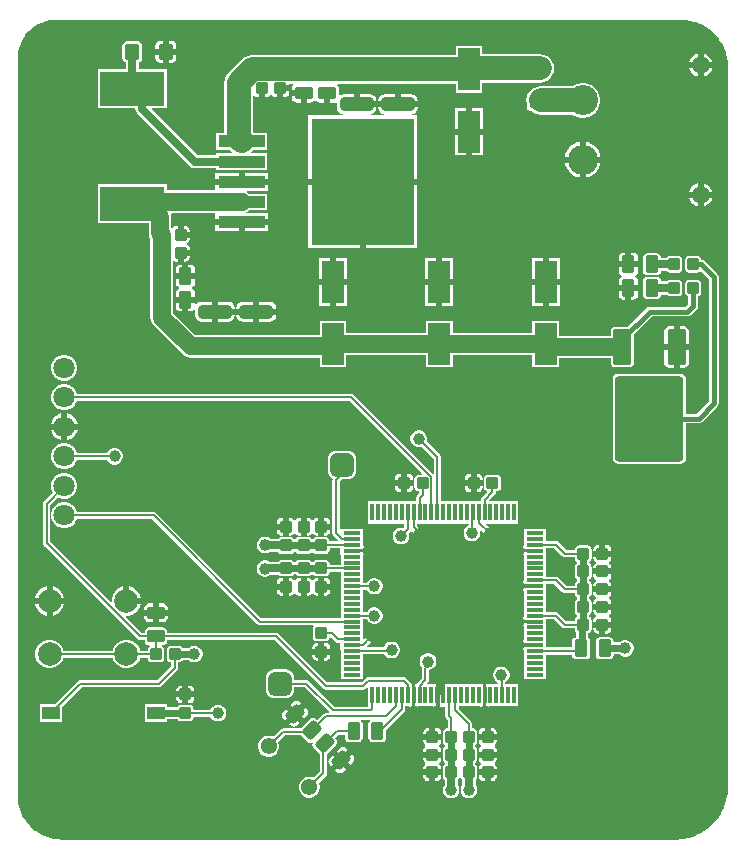
<source format=gtl>
G04*
G04 #@! TF.GenerationSoftware,Altium Limited,Altium Designer,24.4.1 (13)*
G04*
G04 Layer_Physical_Order=1*
G04 Layer_Color=255*
%FSLAX25Y25*%
%MOIN*%
G70*
G04*
G04 #@! TF.SameCoordinates,15B434A4-4527-47F9-A3CB-D7505B607EAD*
G04*
G04*
G04 #@! TF.FilePolarity,Positive*
G04*
G01*
G75*
%ADD11C,0.00787*%
G04:AMPARAMS|DCode=15|XSize=57.09mil|YSize=43.31mil|CornerRadius=5.41mil|HoleSize=0mil|Usage=FLASHONLY|Rotation=270.000|XOffset=0mil|YOffset=0mil|HoleType=Round|Shape=RoundedRectangle|*
%AMROUNDEDRECTD15*
21,1,0.05709,0.03248,0,0,270.0*
21,1,0.04626,0.04331,0,0,270.0*
1,1,0.01083,-0.01624,-0.02313*
1,1,0.01083,-0.01624,0.02313*
1,1,0.01083,0.01624,0.02313*
1,1,0.01083,0.01624,-0.02313*
%
%ADD15ROUNDEDRECTD15*%
G04:AMPARAMS|DCode=16|XSize=78.74mil|YSize=78.74mil|CornerRadius=19.68mil|HoleSize=0mil|Usage=FLASHONLY|Rotation=90.000|XOffset=0mil|YOffset=0mil|HoleType=Round|Shape=RoundedRectangle|*
%AMROUNDEDRECTD16*
21,1,0.07874,0.03937,0,0,90.0*
21,1,0.03937,0.07874,0,0,90.0*
1,1,0.03937,0.01968,0.01968*
1,1,0.03937,0.01968,-0.01968*
1,1,0.03937,-0.01968,-0.01968*
1,1,0.03937,-0.01968,0.01968*
%
%ADD16ROUNDEDRECTD16*%
%ADD17R,0.15551X0.03937*%
%ADD18R,0.34449X0.42323*%
G04:AMPARAMS|DCode=19|XSize=62.99mil|YSize=118.11mil|CornerRadius=7.87mil|HoleSize=0mil|Usage=FLASHONLY|Rotation=0.000|XOffset=0mil|YOffset=0mil|HoleType=Round|Shape=RoundedRectangle|*
%AMROUNDEDRECTD19*
21,1,0.06299,0.10236,0,0,0.0*
21,1,0.04724,0.11811,0,0,0.0*
1,1,0.01575,0.02362,-0.05118*
1,1,0.01575,-0.02362,-0.05118*
1,1,0.01575,-0.02362,0.05118*
1,1,0.01575,0.02362,0.05118*
%
%ADD19ROUNDEDRECTD19*%
G04:AMPARAMS|DCode=20|XSize=228.35mil|YSize=283.47mil|CornerRadius=11.42mil|HoleSize=0mil|Usage=FLASHONLY|Rotation=0.000|XOffset=0mil|YOffset=0mil|HoleType=Round|Shape=RoundedRectangle|*
%AMROUNDEDRECTD20*
21,1,0.22835,0.26063,0,0,0.0*
21,1,0.20551,0.28347,0,0,0.0*
1,1,0.02284,0.10276,-0.13031*
1,1,0.02284,-0.10276,-0.13031*
1,1,0.02284,-0.10276,0.13031*
1,1,0.02284,0.10276,0.13031*
%
%ADD20ROUNDEDRECTD20*%
%ADD21R,0.05906X0.04331*%
G04:AMPARAMS|DCode=22|XSize=39.37mil|YSize=37.4mil|CornerRadius=4.68mil|HoleSize=0mil|Usage=FLASHONLY|Rotation=0.000|XOffset=0mil|YOffset=0mil|HoleType=Round|Shape=RoundedRectangle|*
%AMROUNDEDRECTD22*
21,1,0.03937,0.02805,0,0,0.0*
21,1,0.03002,0.03740,0,0,0.0*
1,1,0.00935,0.01501,-0.01403*
1,1,0.00935,-0.01501,-0.01403*
1,1,0.00935,-0.01501,0.01403*
1,1,0.00935,0.01501,0.01403*
%
%ADD22ROUNDEDRECTD22*%
G04:AMPARAMS|DCode=23|XSize=39.37mil|YSize=37.4mil|CornerRadius=4.68mil|HoleSize=0mil|Usage=FLASHONLY|Rotation=90.000|XOffset=0mil|YOffset=0mil|HoleType=Round|Shape=RoundedRectangle|*
%AMROUNDEDRECTD23*
21,1,0.03937,0.02805,0,0,90.0*
21,1,0.03002,0.03740,0,0,90.0*
1,1,0.00935,0.01403,0.01501*
1,1,0.00935,0.01403,-0.01501*
1,1,0.00935,-0.01403,-0.01501*
1,1,0.00935,-0.01403,0.01501*
%
%ADD23ROUNDEDRECTD23*%
%ADD24R,0.21260X0.11417*%
%ADD25R,0.01181X0.05807*%
%ADD26R,0.05807X0.01181*%
G04:AMPARAMS|DCode=27|XSize=68.9mil|YSize=49.21mil|CornerRadius=6.15mil|HoleSize=0mil|Usage=FLASHONLY|Rotation=180.000|XOffset=0mil|YOffset=0mil|HoleType=Round|Shape=RoundedRectangle|*
%AMROUNDEDRECTD27*
21,1,0.06890,0.03691,0,0,180.0*
21,1,0.05659,0.04921,0,0,180.0*
1,1,0.01230,-0.02830,0.01846*
1,1,0.01230,0.02830,0.01846*
1,1,0.01230,0.02830,-0.01846*
1,1,0.01230,-0.02830,-0.01846*
%
%ADD27ROUNDEDRECTD27*%
G04:AMPARAMS|DCode=28|XSize=53.15mil|YSize=49.21mil|CornerRadius=4.92mil|HoleSize=0mil|Usage=FLASHONLY|Rotation=90.000|XOffset=0mil|YOffset=0mil|HoleType=Round|Shape=RoundedRectangle|*
%AMROUNDEDRECTD28*
21,1,0.05315,0.03937,0,0,90.0*
21,1,0.04331,0.04921,0,0,90.0*
1,1,0.00984,0.01968,0.02165*
1,1,0.00984,0.01968,-0.02165*
1,1,0.00984,-0.01968,-0.02165*
1,1,0.00984,-0.01968,0.02165*
%
%ADD28ROUNDEDRECTD28*%
%ADD29R,0.07284X0.13976*%
G04:AMPARAMS|DCode=30|XSize=111.02mil|YSize=46.46mil|CornerRadius=11.61mil|HoleSize=0mil|Usage=FLASHONLY|Rotation=180.000|XOffset=0mil|YOffset=0mil|HoleType=Round|Shape=RoundedRectangle|*
%AMROUNDEDRECTD30*
21,1,0.11102,0.02323,0,0,180.0*
21,1,0.08780,0.04646,0,0,180.0*
1,1,0.02323,-0.04390,0.01161*
1,1,0.02323,0.04390,0.01161*
1,1,0.02323,0.04390,-0.01161*
1,1,0.02323,-0.04390,-0.01161*
%
%ADD30ROUNDEDRECTD30*%
G04:AMPARAMS|DCode=31|XSize=39.37mil|YSize=39.37mil|CornerRadius=4.92mil|HoleSize=0mil|Usage=FLASHONLY|Rotation=90.000|XOffset=0mil|YOffset=0mil|HoleType=Round|Shape=RoundedRectangle|*
%AMROUNDEDRECTD31*
21,1,0.03937,0.02953,0,0,90.0*
21,1,0.02953,0.03937,0,0,90.0*
1,1,0.00984,0.01476,0.01476*
1,1,0.00984,0.01476,-0.01476*
1,1,0.00984,-0.01476,-0.01476*
1,1,0.00984,-0.01476,0.01476*
%
%ADD31ROUNDEDRECTD31*%
G04:AMPARAMS|DCode=32|XSize=57.09mil|YSize=43.31mil|CornerRadius=5.41mil|HoleSize=0mil|Usage=FLASHONLY|Rotation=0.000|XOffset=0mil|YOffset=0mil|HoleType=Round|Shape=RoundedRectangle|*
%AMROUNDEDRECTD32*
21,1,0.05709,0.03248,0,0,0.0*
21,1,0.04626,0.04331,0,0,0.0*
1,1,0.01083,0.02313,-0.01624*
1,1,0.01083,-0.02313,-0.01624*
1,1,0.01083,-0.02313,0.01624*
1,1,0.01083,0.02313,0.01624*
%
%ADD32ROUNDEDRECTD32*%
G04:AMPARAMS|DCode=33|XSize=39.37mil|YSize=39.37mil|CornerRadius=4.92mil|HoleSize=0mil|Usage=FLASHONLY|Rotation=180.000|XOffset=0mil|YOffset=0mil|HoleType=Round|Shape=RoundedRectangle|*
%AMROUNDEDRECTD33*
21,1,0.03937,0.02953,0,0,180.0*
21,1,0.02953,0.03937,0,0,180.0*
1,1,0.00984,-0.01476,0.01476*
1,1,0.00984,0.01476,0.01476*
1,1,0.00984,0.01476,-0.01476*
1,1,0.00984,-0.01476,-0.01476*
%
%ADD33ROUNDEDRECTD33*%
G04:AMPARAMS|DCode=34|XSize=57.09mil|YSize=43.31mil|CornerRadius=5.41mil|HoleSize=0mil|Usage=FLASHONLY|Rotation=45.000|XOffset=0mil|YOffset=0mil|HoleType=Round|Shape=RoundedRectangle|*
%AMROUNDEDRECTD34*
21,1,0.05709,0.03248,0,0,45.0*
21,1,0.04626,0.04331,0,0,45.0*
1,1,0.01083,0.02784,0.00487*
1,1,0.01083,-0.00487,-0.02784*
1,1,0.01083,-0.02784,-0.00487*
1,1,0.01083,0.00487,0.02784*
%
%ADD34ROUNDEDRECTD34*%
%ADD61C,0.01575*%
%ADD62C,0.02756*%
%ADD63C,0.02362*%
%ADD64C,0.05906*%
%ADD65C,0.07874*%
%ADD66C,0.05433*%
%ADD67C,0.07087*%
%ADD68C,0.10039*%
%ADD69C,0.05906*%
%ADD70C,0.07874*%
%ADD71C,0.03937*%
G36*
X320516Y494859D02*
X320866Y494859D01*
X321214Y494852D01*
X323000Y494712D01*
X323445Y494653D01*
X325671Y494119D01*
X327925Y493185D01*
X329878Y491989D01*
X330234Y491715D01*
X331657Y490500D01*
X332035Y490122D01*
X333251Y488698D01*
X333524Y488342D01*
X334720Y486390D01*
X335654Y484136D01*
X336189Y481909D01*
X336247Y481464D01*
X336388Y479678D01*
X336394Y479331D01*
D01*
X336394Y478989D01*
Y239173D01*
X336394Y239173D01*
X336394Y239173D01*
X336382Y238828D01*
X336266Y237049D01*
X336224Y236730D01*
X335840Y234801D01*
X335756Y234489D01*
X335124Y232627D01*
X335001Y232328D01*
X334131Y230565D01*
X333969Y230285D01*
X332877Y228650D01*
X332680Y228394D01*
X331384Y226915D01*
X331155Y226687D01*
X329677Y225390D01*
X329421Y225194D01*
X327786Y224101D01*
X327506Y223940D01*
X325742Y223070D01*
X325444Y222947D01*
X323582Y222315D01*
X323270Y222231D01*
X321341Y221847D01*
X321022Y221805D01*
X319059Y221677D01*
X318898D01*
X318898Y221677D01*
X114173D01*
X114173Y221677D01*
Y221677D01*
X113827Y221686D01*
X112143Y221818D01*
X111774Y221867D01*
X109673Y222371D01*
X107562Y223246D01*
X105720Y224375D01*
X105425Y224601D01*
X104051Y225775D01*
X103728Y226098D01*
X102554Y227473D01*
X102328Y227767D01*
X101198Y229609D01*
X100324Y231721D01*
X99820Y233822D01*
X99771Y234190D01*
X99639Y235874D01*
X99629Y236220D01*
X99629D01*
X99629Y481933D01*
X99629Y482283D01*
X99629Y482283D01*
X99645Y482627D01*
X99761Y484108D01*
X99789Y484323D01*
X100234Y486173D01*
X100989Y487998D01*
X101983Y489620D01*
X102115Y489792D01*
X103206Y491069D01*
X103419Y491282D01*
X104696Y492373D01*
X104868Y492505D01*
X106490Y493499D01*
X108315Y494255D01*
X110165Y494699D01*
X110380Y494727D01*
X111861Y494844D01*
X112205Y494859D01*
X112205Y494859D01*
X320516Y494859D01*
D02*
G37*
%LPC*%
G36*
X150984Y487939D02*
X150016D01*
Y485252D01*
X152506D01*
Y486417D01*
X152390Y487000D01*
X152060Y487493D01*
X151566Y487823D01*
X150984Y487939D01*
D02*
G37*
G36*
X148016D02*
X147047D01*
X146465Y487823D01*
X145972Y487493D01*
X145642Y487000D01*
X145526Y486417D01*
Y485252D01*
X148016D01*
Y487939D01*
D02*
G37*
G36*
X328295Y483663D02*
Y480839D01*
X331119D01*
X330979Y481364D01*
X330458Y482266D01*
X329722Y483002D01*
X328821Y483522D01*
X328295Y483663D01*
D02*
G37*
G36*
X326295Y483663D02*
X325770Y483522D01*
X324868Y483002D01*
X324132Y482266D01*
X323612Y481364D01*
X323471Y480839D01*
X326295D01*
Y483663D01*
D02*
G37*
G36*
X152506Y483252D02*
X150016D01*
Y480565D01*
X150984D01*
X151566Y480681D01*
X152060Y481011D01*
X152390Y481504D01*
X152506Y482087D01*
Y483252D01*
D02*
G37*
G36*
X148016D02*
X145526D01*
Y482087D01*
X145642Y481504D01*
X145972Y481011D01*
X146465Y480681D01*
X147047Y480565D01*
X148016D01*
Y483252D01*
D02*
G37*
G36*
X331119Y478839D02*
X328295D01*
Y476014D01*
X328821Y476155D01*
X329722Y476676D01*
X330458Y477412D01*
X330979Y478313D01*
X331119Y478839D01*
D02*
G37*
G36*
X326295D02*
X323471D01*
X323612Y478313D01*
X324132Y477412D01*
X324868Y476676D01*
X325770Y476155D01*
X326295Y476014D01*
Y478839D01*
D02*
G37*
G36*
X139764Y487722D02*
X135827D01*
X135327Y487623D01*
X134904Y487340D01*
X134622Y486917D01*
X134522Y486417D01*
Y482087D01*
X134622Y481587D01*
X134904Y481164D01*
X135327Y480881D01*
X135588Y480830D01*
Y478346D01*
X126378D01*
Y465354D01*
X138768D01*
Y465323D01*
X138936Y464479D01*
X139415Y463762D01*
X157092Y446084D01*
X157809Y445606D01*
X158653Y445438D01*
X165650D01*
Y444890D01*
X182776D01*
Y450402D01*
X177377D01*
X177264Y450733D01*
X177582Y450977D01*
X178053Y451590D01*
X182776D01*
Y457102D01*
X178053D01*
X177994Y457180D01*
Y469698D01*
X178343Y469804D01*
X178550Y469495D01*
X179044Y469165D01*
X179626Y469050D01*
X180102D01*
Y472047D01*
X182102D01*
Y469050D01*
X182579D01*
X183161Y469165D01*
X183654Y469495D01*
X183845Y469780D01*
X184266D01*
X184456Y469495D01*
X184949Y469165D01*
X185531Y469050D01*
X186008D01*
Y472047D01*
X187008D01*
Y473047D01*
X190006D01*
Y473524D01*
X190053Y473581D01*
X191387D01*
X191493Y473231D01*
X191458Y473208D01*
X191117Y472698D01*
X190997Y472096D01*
Y471472D01*
X194882D01*
Y470472D01*
X195882D01*
Y467277D01*
X197195D01*
X197796Y467396D01*
X198306Y467737D01*
X198637Y468232D01*
X198736Y468247D01*
X198902D01*
X199001Y468232D01*
X199332Y467737D01*
X199841Y467396D01*
X200443Y467277D01*
X201756D01*
Y470472D01*
X203756D01*
Y467277D01*
X205069D01*
X205655Y467393D01*
X205717Y467398D01*
X206005Y467217D01*
Y465610D01*
X206173Y464767D01*
X206650Y464052D01*
X207365Y463574D01*
X207958Y463456D01*
X207924Y463106D01*
X196343D01*
Y441945D01*
X214567D01*
X232791D01*
Y463106D01*
X231053D01*
X231018Y463456D01*
X231611Y463574D01*
X232326Y464052D01*
X232804Y464767D01*
X232972Y465610D01*
Y465772D01*
X219784D01*
Y465610D01*
X219952Y464767D01*
X220430Y464052D01*
X221145Y463574D01*
X221738Y463456D01*
X221703Y463106D01*
X217273D01*
X217239Y463456D01*
X217831Y463574D01*
X218547Y464052D01*
X219024Y464767D01*
X219192Y465610D01*
Y465772D01*
X212598D01*
Y466772D01*
X211598D01*
Y470137D01*
X208209D01*
X207365Y469969D01*
X206990Y469719D01*
X206640Y469906D01*
Y472096D01*
X206521Y472698D01*
X206180Y473208D01*
X206145Y473231D01*
X206251Y473581D01*
X245571D01*
Y470571D01*
X254429D01*
Y473975D01*
X273622D01*
X274856Y474137D01*
X276005Y474613D01*
X276992Y475371D01*
X277303Y475777D01*
X277463Y475883D01*
X277773Y476347D01*
X277799Y476479D01*
X278225Y477507D01*
X278388Y478740D01*
X278225Y479974D01*
X277799Y481001D01*
X277773Y481133D01*
X277463Y481597D01*
X277303Y481704D01*
X276992Y482110D01*
X276005Y482867D01*
X274856Y483343D01*
X273622Y483505D01*
X254429D01*
Y486122D01*
X245571D01*
Y483112D01*
X177690D01*
X176457Y482949D01*
X175308Y482473D01*
X174321Y481716D01*
X169859Y477254D01*
X169102Y476267D01*
X168625Y475118D01*
X168463Y473885D01*
Y457102D01*
X165650D01*
Y451590D01*
X170229D01*
X170843Y450977D01*
X171161Y450733D01*
X171048Y450402D01*
X165650D01*
Y449853D01*
X159568D01*
X144390Y465031D01*
X144524Y465354D01*
X149213D01*
Y478346D01*
X140003D01*
Y480830D01*
X140263Y480881D01*
X140686Y481164D01*
X140969Y481587D01*
X141068Y482087D01*
Y486417D01*
X140969Y486917D01*
X140686Y487340D01*
X140263Y487623D01*
X139764Y487722D01*
D02*
G37*
G36*
X190006Y471047D02*
X188008D01*
Y469050D01*
X188484D01*
X189067Y469165D01*
X189560Y469495D01*
X189890Y469989D01*
X190006Y470571D01*
Y471047D01*
D02*
G37*
G36*
X230768Y470137D02*
X227378D01*
Y467772D01*
X232972D01*
Y467933D01*
X232804Y468776D01*
X232326Y469491D01*
X231611Y469969D01*
X230768Y470137D01*
D02*
G37*
G36*
X225378D02*
X221988D01*
X221145Y469969D01*
X220430Y469491D01*
X219952Y468776D01*
X219784Y467933D01*
Y467772D01*
X225378D01*
Y470137D01*
D02*
G37*
G36*
X216988D02*
X213598D01*
Y467772D01*
X219192D01*
Y467933D01*
X219024Y468776D01*
X218547Y469491D01*
X217831Y469969D01*
X216988Y470137D01*
D02*
G37*
G36*
X193882Y469472D02*
X190997D01*
Y468848D01*
X191117Y468247D01*
X191458Y467737D01*
X191967Y467396D01*
X192569Y467277D01*
X193882D01*
Y469472D01*
D02*
G37*
G36*
X288497Y473835D02*
X287353D01*
X286231Y473611D01*
X285174Y473174D01*
X284604Y472793D01*
X273933D01*
X272700Y472630D01*
X271551Y472154D01*
X270564Y471397D01*
X270090Y470779D01*
X269781Y470573D01*
X269472Y470109D01*
X269363Y469562D01*
Y469338D01*
X269331Y469261D01*
X269168Y468028D01*
X269331Y466794D01*
X269363Y466717D01*
Y465871D01*
X269472Y465324D01*
X269781Y464860D01*
X270245Y464550D01*
X270793Y464441D01*
X270847D01*
X271551Y463901D01*
X272700Y463425D01*
X273933Y463262D01*
X284604D01*
X285174Y462881D01*
X286231Y462444D01*
X287353Y462220D01*
X288497D01*
X289619Y462444D01*
X290676Y462881D01*
X291627Y463517D01*
X292436Y464326D01*
X293071Y465277D01*
X293509Y466334D01*
X293732Y467456D01*
Y468600D01*
X293509Y469721D01*
X293071Y470778D01*
X292436Y471729D01*
X291627Y472538D01*
X290676Y473174D01*
X289619Y473611D01*
X288497Y473835D01*
D02*
G37*
G36*
X254642Y465665D02*
X251000D01*
Y458677D01*
X254642D01*
Y465665D01*
D02*
G37*
G36*
X249000D02*
X245358D01*
Y458677D01*
X249000D01*
Y465665D01*
D02*
G37*
G36*
X254642Y456677D02*
X251000D01*
Y449689D01*
X254642D01*
Y456677D01*
D02*
G37*
G36*
X249000D02*
X245358D01*
Y449689D01*
X249000D01*
Y456677D01*
D02*
G37*
G36*
X288925Y454281D02*
Y449342D01*
X293864D01*
X293713Y450098D01*
X293260Y451194D01*
X292601Y452180D01*
X291762Y453018D01*
X290777Y453677D01*
X289681Y454131D01*
X288925Y454281D01*
D02*
G37*
G36*
X286925D02*
X286169Y454131D01*
X285074Y453677D01*
X284088Y453018D01*
X283249Y452180D01*
X282591Y451194D01*
X282137Y450098D01*
X281986Y449342D01*
X286925D01*
Y454281D01*
D02*
G37*
G36*
X293864Y447342D02*
X288925D01*
Y442404D01*
X289681Y442554D01*
X290777Y443008D01*
X291762Y443667D01*
X292601Y444505D01*
X293260Y445491D01*
X293713Y446587D01*
X293864Y447342D01*
D02*
G37*
G36*
X286925D02*
X281986D01*
X282137Y446587D01*
X282591Y445491D01*
X283249Y444505D01*
X284088Y443667D01*
X285074Y443008D01*
X286169Y442554D01*
X286925Y442404D01*
Y447342D01*
D02*
G37*
G36*
X182988Y443913D02*
X175213D01*
Y441945D01*
X182988D01*
Y443913D01*
D02*
G37*
G36*
X173213D02*
X165437D01*
Y441945D01*
X173213D01*
Y443913D01*
D02*
G37*
G36*
X328295Y440356D02*
Y437532D01*
X331119D01*
X330979Y438057D01*
X330458Y438959D01*
X329722Y439694D01*
X328821Y440215D01*
X328295Y440356D01*
D02*
G37*
G36*
X326295D02*
X325770Y440215D01*
X324868Y439694D01*
X324132Y438959D01*
X323612Y438057D01*
X323471Y437532D01*
X326295D01*
Y440356D01*
D02*
G37*
G36*
Y435532D02*
X323471D01*
X323612Y435006D01*
X324132Y434104D01*
X324868Y433368D01*
X325770Y432848D01*
X326295Y432707D01*
Y435532D01*
D02*
G37*
G36*
X331119D02*
X328295D01*
Y432707D01*
X328821Y432848D01*
X329722Y433368D01*
X330458Y434104D01*
X330979Y435006D01*
X331119Y435532D01*
D02*
G37*
G36*
X149213Y440158D02*
X126378D01*
Y427165D01*
X143275D01*
Y423819D01*
X143403Y422843D01*
X143780Y421933D01*
X143865Y421822D01*
Y417323D01*
Y409449D01*
Y401575D01*
Y395669D01*
X143994Y394693D01*
X144371Y393783D01*
X144970Y393002D01*
X154577Y383396D01*
X155358Y382796D01*
X156268Y382419D01*
X157244Y382291D01*
X200295D01*
Y379035D01*
X209154D01*
Y383039D01*
X235728D01*
Y379035D01*
X244587D01*
Y383039D01*
X271161D01*
Y379035D01*
X280020D01*
Y382054D01*
X297213D01*
Y380709D01*
X297336Y380094D01*
X297684Y379573D01*
X298204Y379225D01*
X298819Y379103D01*
X303543D01*
X304158Y379225D01*
X304679Y379573D01*
X305027Y380094D01*
X305149Y380709D01*
Y390280D01*
X310901Y396032D01*
X322835D01*
X322835Y396032D01*
X323449Y396154D01*
X323970Y396502D01*
X325939Y398471D01*
X326287Y398992D01*
X326409Y399606D01*
X326409Y399606D01*
Y402772D01*
X326695Y402829D01*
X327111Y403106D01*
X327388Y403521D01*
X327485Y404011D01*
Y407013D01*
X327388Y407502D01*
X327111Y407917D01*
X326695Y408195D01*
X326206Y408292D01*
X323401D01*
X322911Y408195D01*
X322496Y407917D01*
X322218Y407502D01*
X322121Y407013D01*
Y404011D01*
X322218Y403521D01*
X322496Y403106D01*
X322911Y402829D01*
X323198Y402772D01*
Y400271D01*
X322170Y399243D01*
X310236D01*
X309622Y399121D01*
X309101Y398773D01*
X309101Y398773D01*
X302878Y392550D01*
X298819D01*
X298204Y392428D01*
X297684Y392080D01*
X297336Y391559D01*
X297213Y390945D01*
Y389599D01*
X280020D01*
Y394587D01*
X271161D01*
Y390583D01*
X244587D01*
Y394587D01*
X235728D01*
Y390583D01*
X209154D01*
Y394587D01*
X200295D01*
Y389835D01*
X158807D01*
X151410Y397232D01*
Y401575D01*
Y409449D01*
Y414383D01*
X151719Y414547D01*
X151878Y414441D01*
X152461Y414325D01*
X152937D01*
Y417323D01*
X153937D01*
Y418323D01*
X156935D01*
Y418799D01*
X156819Y419381D01*
X156489Y419875D01*
X156205Y420065D01*
Y420486D01*
X156489Y420676D01*
X156819Y421170D01*
X156935Y421752D01*
Y422228D01*
X153937D01*
Y423228D01*
X152937D01*
Y426226D01*
X152461D01*
X151878Y426110D01*
X151385Y425780D01*
X151170Y425458D01*
X150820Y425564D01*
Y429331D01*
X150715Y430122D01*
X150970Y430472D01*
X165437D01*
Y428543D01*
X182988D01*
Y430512D01*
X175890D01*
X175821Y430862D01*
X176099Y430977D01*
X176765Y431488D01*
X182776D01*
Y437000D01*
X176765D01*
X176099Y437511D01*
X175821Y437626D01*
X175890Y437976D01*
X182988D01*
Y439945D01*
X165437D01*
Y438017D01*
X149213D01*
Y440158D01*
D02*
G37*
G36*
X182988Y426543D02*
X175213D01*
Y424575D01*
X182988D01*
Y426543D01*
D02*
G37*
G36*
X173213D02*
X165437D01*
Y424575D01*
X173213D01*
Y426543D01*
D02*
G37*
G36*
X155413Y426226D02*
X154937D01*
Y424228D01*
X156935D01*
Y424705D01*
X156819Y425287D01*
X156489Y425780D01*
X155996Y426110D01*
X155413Y426226D01*
D02*
G37*
G36*
X232791Y439945D02*
X215567D01*
Y418784D01*
X232791D01*
Y439945D01*
D02*
G37*
G36*
X213567D02*
X196343D01*
Y418784D01*
X213567D01*
Y439945D01*
D02*
G37*
G36*
X304774Y417270D02*
X304150D01*
Y414386D01*
X306345D01*
Y415699D01*
X306225Y416300D01*
X305885Y416810D01*
X305375Y417151D01*
X304774Y417270D01*
D02*
G37*
G36*
X302150D02*
X301526D01*
X300924Y417151D01*
X300414Y416810D01*
X300074Y416300D01*
X299954Y415699D01*
Y414386D01*
X302150D01*
Y417270D01*
D02*
G37*
G36*
X156935Y416323D02*
X154937D01*
Y414325D01*
X155413D01*
X155996Y414441D01*
X156489Y414771D01*
X156819Y415264D01*
X156935Y415846D01*
Y416323D01*
D02*
G37*
G36*
X312648Y417054D02*
X309400D01*
X308881Y416951D01*
X308442Y416657D01*
X308148Y416217D01*
X308045Y415699D01*
Y411073D01*
X308148Y410554D01*
X308442Y410115D01*
X308881Y409821D01*
X309400Y409718D01*
X312648D01*
X313166Y409821D01*
X313606Y410115D01*
X313899Y410554D01*
X314002Y411073D01*
Y411178D01*
X316064D01*
X316197Y410980D01*
X316612Y410703D01*
X317101Y410605D01*
X319906D01*
X320396Y410703D01*
X320811Y410980D01*
X321089Y411395D01*
X321186Y411885D01*
Y414887D01*
X321089Y415377D01*
X320811Y415792D01*
X320396Y416069D01*
X319906Y416166D01*
X317101D01*
X316612Y416069D01*
X316197Y415792D01*
X316064Y415594D01*
X314002D01*
Y415699D01*
X313899Y416217D01*
X313606Y416657D01*
X313166Y416951D01*
X312648Y417054D01*
D02*
G37*
G36*
X157136Y413333D02*
X156512D01*
Y410449D01*
X158707D01*
Y411762D01*
X158588Y412363D01*
X158247Y412873D01*
X157737Y413214D01*
X157136Y413333D01*
D02*
G37*
G36*
X154512D02*
X153888D01*
X153286Y413214D01*
X152777Y412873D01*
X152436Y412363D01*
X152316Y411762D01*
Y410449D01*
X154512D01*
Y413333D01*
D02*
G37*
G36*
X280232Y415469D02*
X276591D01*
Y408480D01*
X280232D01*
Y415469D01*
D02*
G37*
G36*
X244799D02*
X241158D01*
Y408480D01*
X244799D01*
Y415469D01*
D02*
G37*
G36*
X209366D02*
X205724D01*
Y408480D01*
X209366D01*
Y415469D01*
D02*
G37*
G36*
X203724D02*
X200083D01*
Y408480D01*
X203724D01*
Y415469D01*
D02*
G37*
G36*
X239158D02*
X235516D01*
Y408480D01*
X239158D01*
Y415469D01*
D02*
G37*
G36*
X274591D02*
X270949D01*
Y408480D01*
X274591D01*
Y415469D01*
D02*
G37*
G36*
X306345Y412386D02*
X303150D01*
X299954D01*
Y411073D01*
X300074Y410471D01*
X300414Y409962D01*
X300910Y409631D01*
X300924Y409532D01*
Y409366D01*
X300910Y409267D01*
X300414Y408936D01*
X300074Y408426D01*
X299954Y407825D01*
Y406512D01*
X303150D01*
X306345D01*
Y407825D01*
X306225Y408426D01*
X305885Y408936D01*
X305390Y409267D01*
X305375Y409366D01*
Y409532D01*
X305390Y409631D01*
X305885Y409962D01*
X306225Y410471D01*
X306345Y411073D01*
Y412386D01*
D02*
G37*
G36*
X312648Y409180D02*
X309400D01*
X308881Y409076D01*
X308442Y408783D01*
X308148Y408343D01*
X308045Y407825D01*
Y403199D01*
X308148Y402680D01*
X308442Y402241D01*
X308881Y401947D01*
X309400Y401844D01*
X312648D01*
X313166Y401947D01*
X313606Y402241D01*
X313899Y402680D01*
X314002Y403199D01*
Y403304D01*
X316064D01*
X316197Y403106D01*
X316612Y402829D01*
X317101Y402731D01*
X319906D01*
X320396Y402829D01*
X320811Y403106D01*
X321089Y403521D01*
X321186Y404011D01*
Y407013D01*
X321089Y407502D01*
X320811Y407917D01*
X320396Y408195D01*
X319906Y408292D01*
X317101D01*
X316612Y408195D01*
X316197Y407917D01*
X316064Y407720D01*
X314002D01*
Y407825D01*
X313899Y408343D01*
X313606Y408783D01*
X313166Y409076D01*
X312648Y409180D01*
D02*
G37*
G36*
X158707Y408449D02*
X155512D01*
X152316D01*
Y407136D01*
X152436Y406534D01*
X152777Y406025D01*
X153272Y405694D01*
X153286Y405595D01*
Y405429D01*
X153272Y405330D01*
X152777Y404999D01*
X152436Y404489D01*
X152316Y403888D01*
Y402575D01*
X155512D01*
X158707D01*
Y403888D01*
X158588Y404489D01*
X158247Y404999D01*
X157752Y405330D01*
X157737Y405429D01*
Y405595D01*
X157752Y405694D01*
X158247Y406025D01*
X158588Y406534D01*
X158707Y407136D01*
Y408449D01*
D02*
G37*
G36*
X306345Y404512D02*
X304150D01*
Y401627D01*
X304774D01*
X305375Y401747D01*
X305885Y402088D01*
X306225Y402597D01*
X306345Y403199D01*
Y404512D01*
D02*
G37*
G36*
X302150D02*
X299954D01*
Y403199D01*
X300074Y402597D01*
X300414Y402088D01*
X300924Y401747D01*
X301526Y401627D01*
X302150D01*
Y404512D01*
D02*
G37*
G36*
X164354Y401003D02*
X160965D01*
X160121Y400835D01*
X159406Y400357D01*
X159057Y399835D01*
X158707Y399941D01*
Y400575D01*
X156512D01*
Y397690D01*
X157136D01*
X157737Y397810D01*
X158247Y398151D01*
X158411Y398396D01*
X158761Y398289D01*
Y396476D01*
X158929Y395633D01*
X159406Y394918D01*
X160121Y394440D01*
X160965Y394273D01*
X164354D01*
Y397638D01*
Y401003D01*
D02*
G37*
G36*
X280232Y406480D02*
X276591D01*
Y399492D01*
X280232D01*
Y406480D01*
D02*
G37*
G36*
X274591D02*
X270949D01*
Y399492D01*
X274591D01*
Y406480D01*
D02*
G37*
G36*
X244799D02*
X241158D01*
Y399492D01*
X244799D01*
Y406480D01*
D02*
G37*
G36*
X239158D02*
X235516D01*
Y399492D01*
X239158D01*
Y406480D01*
D02*
G37*
G36*
X209366D02*
X205724D01*
Y399492D01*
X209366D01*
Y406480D01*
D02*
G37*
G36*
X203724D02*
X200083D01*
Y399492D01*
X203724D01*
Y406480D01*
D02*
G37*
G36*
X183524Y401003D02*
X180134D01*
Y398638D01*
X185727D01*
Y398799D01*
X185560Y399642D01*
X185082Y400357D01*
X184367Y400835D01*
X183524Y401003D01*
D02*
G37*
G36*
X169744D02*
X166354D01*
Y398638D01*
X171948D01*
Y398799D01*
X171780Y399642D01*
X171302Y400357D01*
X170587Y400835D01*
X169744Y401003D01*
D02*
G37*
G36*
X178134D02*
X174744D01*
X173901Y400835D01*
X173186Y400357D01*
X172708Y399642D01*
X172540Y398799D01*
Y398638D01*
X178134D01*
Y401003D01*
D02*
G37*
G36*
X154512Y400575D02*
X152316D01*
Y399262D01*
X152436Y398660D01*
X152777Y398151D01*
X153286Y397810D01*
X153888Y397690D01*
X154512D01*
Y400575D01*
D02*
G37*
G36*
X185727Y396638D02*
X180134D01*
Y394273D01*
X183524D01*
X184367Y394440D01*
X185082Y394918D01*
X185560Y395633D01*
X185727Y396476D01*
Y396638D01*
D02*
G37*
G36*
X178134D02*
X172540D01*
Y396476D01*
X172708Y395633D01*
X173186Y394918D01*
X173901Y394440D01*
X174744Y394273D01*
X178134D01*
Y396638D01*
D02*
G37*
G36*
X171948D02*
X166354D01*
Y394273D01*
X169744D01*
X170587Y394440D01*
X171302Y394918D01*
X171780Y395633D01*
X171948Y396476D01*
Y396638D01*
D02*
G37*
G36*
X321575Y392767D02*
X320213D01*
Y386827D01*
X323397D01*
Y390945D01*
X323258Y391642D01*
X322864Y392233D01*
X322272Y392629D01*
X321575Y392767D01*
D02*
G37*
G36*
X318213D02*
X316850D01*
X316153Y392629D01*
X315562Y392233D01*
X315167Y391642D01*
X315028Y390945D01*
Y386827D01*
X318213D01*
Y392767D01*
D02*
G37*
G36*
X323397Y384827D02*
X320213D01*
Y378886D01*
X321575D01*
X322272Y379025D01*
X322864Y379420D01*
X323258Y380011D01*
X323397Y380709D01*
Y384827D01*
D02*
G37*
G36*
X318213D02*
X315028D01*
Y380709D01*
X315167Y380011D01*
X315562Y379420D01*
X316153Y379025D01*
X316850Y378886D01*
X318213D01*
Y384827D01*
D02*
G37*
G36*
X115728Y383268D02*
X114587D01*
X113486Y382973D01*
X112498Y382402D01*
X111692Y381596D01*
X111122Y380609D01*
X110827Y379507D01*
Y378367D01*
X111122Y377265D01*
X111692Y376278D01*
X112498Y375472D01*
X113486Y374901D01*
X114587Y374606D01*
X115728D01*
X116829Y374901D01*
X117817Y375472D01*
X118623Y376278D01*
X119193Y377265D01*
X119488Y378367D01*
Y379507D01*
X119193Y380609D01*
X118623Y381596D01*
X117817Y382402D01*
X116829Y382973D01*
X115728Y383268D01*
D02*
G37*
G36*
X326206Y416166D02*
X323401D01*
X322911Y416069D01*
X322496Y415792D01*
X322218Y415377D01*
X322121Y414887D01*
Y411885D01*
X322218Y411395D01*
X322496Y410980D01*
X322911Y410703D01*
X323401Y410605D01*
X326206D01*
X326695Y410703D01*
X327111Y410980D01*
X327164Y411060D01*
X327512Y411094D01*
X330087Y408519D01*
Y367791D01*
X325910Y363614D01*
X322439D01*
Y375039D01*
X322290Y375792D01*
X321863Y376430D01*
X321225Y376857D01*
X320472Y377006D01*
X299921D01*
X299169Y376857D01*
X298531Y376430D01*
X298104Y375792D01*
X297954Y375039D01*
Y348976D01*
X298104Y348224D01*
X298531Y347586D01*
X299169Y347159D01*
X299921Y347009D01*
X320472D01*
X321225Y347159D01*
X321863Y347586D01*
X322290Y348224D01*
X322439Y348976D01*
Y360402D01*
X326575D01*
X326575Y360402D01*
X327189Y360524D01*
X327710Y360873D01*
X332828Y365991D01*
X332828Y365991D01*
X333176Y366512D01*
X333299Y367126D01*
Y409184D01*
X333299Y409184D01*
X333176Y409799D01*
X332828Y410320D01*
X332828Y410320D01*
X328627Y414521D01*
X328106Y414869D01*
X327491Y414992D01*
X327399Y415319D01*
X327388Y415377D01*
X327111Y415792D01*
X326695Y416069D01*
X326206Y416166D01*
D02*
G37*
G36*
X116157Y363688D02*
Y360252D01*
X119593D01*
X119391Y361006D01*
X118793Y362042D01*
X117947Y362888D01*
X116911Y363486D01*
X116157Y363688D01*
D02*
G37*
G36*
X114157D02*
X113404Y363486D01*
X112368Y362888D01*
X111522Y362042D01*
X110924Y361006D01*
X110722Y360252D01*
X114157D01*
Y363688D01*
D02*
G37*
G36*
X119593Y358252D02*
X116157D01*
Y354816D01*
X116911Y355018D01*
X117947Y355616D01*
X118793Y356462D01*
X119391Y357498D01*
X119593Y358252D01*
D02*
G37*
G36*
X114157D02*
X110722D01*
X110924Y357498D01*
X111522Y356462D01*
X112368Y355616D01*
X113404Y355018D01*
X114157Y354816D01*
Y358252D01*
D02*
G37*
G36*
X115728Y353740D02*
X114587D01*
X113486Y353445D01*
X112498Y352875D01*
X111692Y352069D01*
X111122Y351081D01*
X110827Y349980D01*
Y348839D01*
X111122Y347738D01*
X111692Y346750D01*
X112498Y345944D01*
X113486Y345374D01*
X114587Y345079D01*
X115728D01*
X116829Y345374D01*
X117817Y345944D01*
X118623Y346750D01*
X119193Y347738D01*
X119318Y348205D01*
X129403D01*
X129684Y347717D01*
X130198Y347204D01*
X130826Y346841D01*
X131527Y346654D01*
X132253D01*
X132954Y346841D01*
X133582Y347204D01*
X134095Y347717D01*
X134458Y348346D01*
X134646Y349047D01*
Y349772D01*
X134458Y350473D01*
X134095Y351102D01*
X133582Y351615D01*
X132954Y351977D01*
X132253Y352165D01*
X131527D01*
X130826Y351977D01*
X130198Y351615D01*
X129684Y351102D01*
X129403Y350614D01*
X119318D01*
X119193Y351081D01*
X118623Y352069D01*
X117817Y352875D01*
X116829Y353445D01*
X115728Y353740D01*
D02*
G37*
G36*
X229823Y343549D02*
X229346D01*
Y341551D01*
X231344D01*
Y342028D01*
X231228Y342610D01*
X230899Y343103D01*
X230405Y343433D01*
X229823Y343549D01*
D02*
G37*
G36*
X227346D02*
X226870D01*
X226288Y343433D01*
X225794Y343103D01*
X225465Y342610D01*
X225349Y342028D01*
Y341551D01*
X227346D01*
Y343549D01*
D02*
G37*
G36*
X253051D02*
X252575D01*
Y341551D01*
X254573D01*
Y342028D01*
X254457Y342610D01*
X254127Y343103D01*
X253633Y343433D01*
X253051Y343549D01*
D02*
G37*
G36*
X250575D02*
X250098D01*
X249516Y343433D01*
X249023Y343103D01*
X248693Y342610D01*
X248577Y342028D01*
Y341551D01*
X250575D01*
Y343549D01*
D02*
G37*
G36*
X254573Y339551D02*
X252575D01*
Y337553D01*
X253051D01*
X253633Y337669D01*
X254127Y337999D01*
X254457Y338493D01*
X254573Y339075D01*
Y339551D01*
D02*
G37*
G36*
X250575D02*
X248577D01*
Y339075D01*
X248693Y338493D01*
X249023Y337999D01*
X249516Y337669D01*
X250098Y337553D01*
X250575D01*
Y339551D01*
D02*
G37*
G36*
X231344Y339551D02*
X229346D01*
Y337553D01*
X229823D01*
X230405Y337669D01*
X230899Y337999D01*
X231228Y338493D01*
X231344Y339075D01*
Y339551D01*
D02*
G37*
G36*
X227346D02*
X225349D01*
Y339075D01*
X225465Y338493D01*
X225794Y337999D01*
X226288Y337669D01*
X226870Y337553D01*
X227346D01*
Y339551D01*
D02*
G37*
G36*
X115728Y343898D02*
X114587D01*
X113486Y343602D01*
X112498Y343032D01*
X111692Y342226D01*
X111122Y341238D01*
X110827Y340137D01*
Y338997D01*
X111122Y337895D01*
X111364Y337476D01*
X108400Y334513D01*
X108139Y334122D01*
X108048Y333661D01*
X108048Y333661D01*
Y320518D01*
X108048Y320518D01*
X108139Y320057D01*
X108400Y319666D01*
X139548Y288519D01*
X139548Y288519D01*
X139939Y288258D01*
X140400Y288166D01*
X140400Y288166D01*
X142001D01*
Y287746D01*
X142105Y287228D01*
X142398Y286788D01*
X142838Y286494D01*
X143356Y286391D01*
X143512D01*
X143618Y286041D01*
X143362Y285870D01*
X143085Y285455D01*
X142987Y284965D01*
Y284669D01*
X140395D01*
X140229Y285288D01*
X139607Y286365D01*
X138728Y287245D01*
X137650Y287867D01*
X136449Y288189D01*
X135205D01*
X134003Y287867D01*
X132926Y287245D01*
X132046Y286365D01*
X131424Y285288D01*
X131258Y284669D01*
X114805D01*
X114639Y285288D01*
X114017Y286365D01*
X113137Y287245D01*
X112060Y287867D01*
X110858Y288189D01*
X109614D01*
X108413Y287867D01*
X107335Y287245D01*
X106456Y286365D01*
X105834Y285288D01*
X105512Y284086D01*
Y282843D01*
X105834Y281641D01*
X106456Y280564D01*
X107335Y279684D01*
X108413Y279062D01*
X109614Y278740D01*
X110858D01*
X112060Y279062D01*
X113137Y279684D01*
X114017Y280564D01*
X114639Y281641D01*
X114805Y282260D01*
X131258D01*
X131424Y281641D01*
X132046Y280564D01*
X132926Y279684D01*
X134003Y279062D01*
X135205Y278740D01*
X136449D01*
X137650Y279062D01*
X138728Y279684D01*
X139607Y280564D01*
X140229Y281641D01*
X140395Y282260D01*
X142987D01*
Y281964D01*
X143085Y281474D01*
X143362Y281059D01*
X143777Y280782D01*
X144267Y280684D01*
X147072D01*
X147562Y280782D01*
X147977Y281059D01*
X148254Y281474D01*
X148351Y281964D01*
Y284965D01*
X148254Y285455D01*
X147977Y285870D01*
X147721Y286041D01*
X147827Y286391D01*
X147982D01*
X148501Y286494D01*
X148940Y286788D01*
X149234Y287228D01*
X149337Y287746D01*
Y288166D01*
X185268D01*
X201412Y272022D01*
X201412Y272022D01*
X201803Y271761D01*
X202264Y271669D01*
X202264Y271669D01*
X214802D01*
X214803Y271669D01*
X215263Y271761D01*
X215654Y272022D01*
X216118Y272485D01*
X216441Y272352D01*
Y266073D01*
X216134Y265968D01*
X205223D01*
X196718Y274474D01*
X196327Y274735D01*
X195866Y274826D01*
X195866Y274826D01*
X191756D01*
Y275591D01*
X191661Y276310D01*
X191384Y276980D01*
X190942Y277556D01*
X190366Y277998D01*
X189696Y278275D01*
X188976Y278370D01*
X185039D01*
X184320Y278275D01*
X183650Y277998D01*
X183074Y277556D01*
X182632Y276980D01*
X182354Y276310D01*
X182260Y275591D01*
Y271654D01*
X182354Y270934D01*
X182632Y270264D01*
X183074Y269688D01*
X183650Y269246D01*
X184320Y268969D01*
X185039Y268874D01*
X188976D01*
X189696Y268969D01*
X190366Y269246D01*
X190942Y269688D01*
X191384Y270264D01*
X191661Y270934D01*
X191756Y271654D01*
Y272418D01*
X195367D01*
X203462Y264323D01*
X203328Y264000D01*
X202418D01*
X201957Y263908D01*
X201567Y263647D01*
X201567Y263647D01*
X199408Y261488D01*
X199111Y261785D01*
X198671Y262078D01*
X198153Y262181D01*
X197634Y262078D01*
X197195Y261785D01*
X194170Y258760D01*
X188062D01*
X187601Y258668D01*
X187211Y258407D01*
X187211Y258407D01*
X184750Y255947D01*
X184617Y256024D01*
X183726Y256262D01*
X182804D01*
X181913Y256024D01*
X181114Y255562D01*
X180461Y254910D01*
X180000Y254111D01*
X179761Y253220D01*
Y252297D01*
X180000Y251406D01*
X180461Y250607D01*
X181114Y249955D01*
X181913Y249493D01*
X182804Y249255D01*
X183726D01*
X184617Y249493D01*
X185416Y249955D01*
X186069Y250607D01*
X186530Y251406D01*
X186769Y252297D01*
Y253220D01*
X186530Y254111D01*
X186453Y254244D01*
X188561Y256351D01*
X194170D01*
X196221Y254301D01*
X196660Y254007D01*
X197179Y253904D01*
X197613Y253991D01*
X197736Y253910D01*
X197808Y253839D01*
X197888Y253716D01*
X197802Y253281D01*
X197905Y252763D01*
X198199Y252323D01*
X200249Y250273D01*
Y244275D01*
X198336Y242362D01*
X198203Y242438D01*
X197312Y242677D01*
X196389D01*
X195498Y242438D01*
X194699Y241977D01*
X194047Y241325D01*
X193585Y240526D01*
X193347Y239634D01*
Y238712D01*
X193585Y237821D01*
X194047Y237022D01*
X194699Y236369D01*
X195498Y235908D01*
X196389Y235669D01*
X197312D01*
X198203Y235908D01*
X199002Y236369D01*
X199654Y237022D01*
X200115Y237821D01*
X200354Y238712D01*
Y239634D01*
X200115Y240526D01*
X200039Y240659D01*
X202305Y242925D01*
X202305Y242925D01*
X202566Y243315D01*
X202658Y243776D01*
Y250273D01*
X205682Y253297D01*
X205976Y253737D01*
X206079Y254255D01*
X205976Y254774D01*
X205682Y255213D01*
X205386Y255510D01*
X206545Y256669D01*
X208635D01*
Y255561D01*
X208738Y255042D01*
X209032Y254603D01*
X209471Y254309D01*
X209990Y254206D01*
X213238D01*
X213756Y254309D01*
X214196Y254603D01*
X214490Y255042D01*
X214593Y255561D01*
Y260187D01*
X214490Y260705D01*
X214196Y261145D01*
X214052Y261241D01*
X214158Y261591D01*
X216944D01*
X217050Y261241D01*
X216906Y261145D01*
X216612Y260705D01*
X216509Y260187D01*
Y255561D01*
X216612Y255042D01*
X216906Y254603D01*
X217345Y254309D01*
X217864Y254206D01*
X221112D01*
X221630Y254309D01*
X222070Y254603D01*
X222363Y255042D01*
X222467Y255561D01*
Y258165D01*
X228513Y264211D01*
X228513Y264211D01*
X228774Y264602D01*
X228866Y265062D01*
Y266073D01*
X230008D01*
Y265860D01*
X230598D01*
Y266073D01*
X231008D01*
Y269764D01*
Y273455D01*
X230808D01*
X230766Y273667D01*
X230766D01*
X230743Y273784D01*
X230481Y274174D01*
X230481Y274174D01*
X229198Y275458D01*
X228807Y275719D01*
X228346Y275811D01*
X228346Y275811D01*
X216535D01*
X216535Y275811D01*
X216075Y275719D01*
X215684Y275458D01*
X215684Y275458D01*
X214304Y274078D01*
X202763D01*
X186619Y290222D01*
X186228Y290483D01*
X185767Y290574D01*
X185767Y290574D01*
X149337D01*
Y290994D01*
X149234Y291512D01*
X148940Y291952D01*
X148501Y292246D01*
X147982Y292349D01*
X143356D01*
X142838Y292246D01*
X142398Y291952D01*
X142105Y291512D01*
X142001Y290994D01*
Y290574D01*
X140899D01*
X135552Y295921D01*
X135686Y296244D01*
X136477D01*
X137732Y296581D01*
X138858Y297231D01*
X139777Y298150D01*
X140427Y299275D01*
X140670Y300181D01*
X135827D01*
Y301181D01*
X134827D01*
Y306024D01*
X133921Y305782D01*
X132795Y305132D01*
X131876Y304212D01*
X131226Y303087D01*
X130890Y301831D01*
Y301040D01*
X130566Y300906D01*
X110456Y321017D01*
Y333163D01*
X113067Y335773D01*
X113486Y335531D01*
X114587Y335236D01*
X115728D01*
X116829Y335531D01*
X117817Y336102D01*
X118623Y336908D01*
X119193Y337895D01*
X119488Y338997D01*
Y340137D01*
X119193Y341238D01*
X118623Y342226D01*
X117817Y343032D01*
X116829Y343602D01*
X115728Y343898D01*
D02*
G37*
G36*
X199787Y328982D02*
X199311D01*
X198729Y328866D01*
X198235Y328536D01*
X198045Y328252D01*
X197624D01*
X197434Y328536D01*
X196941Y328866D01*
X196358Y328982D01*
X195882D01*
Y325984D01*
Y322987D01*
X196358D01*
X196941Y323102D01*
X197434Y323432D01*
X197624Y323717D01*
X198045D01*
X198235Y323432D01*
X198729Y323102D01*
X199311Y322987D01*
X199787D01*
Y325984D01*
Y328982D01*
D02*
G37*
G36*
X187976Y328982D02*
X187500D01*
X186918Y328866D01*
X186424Y328536D01*
X186094Y328043D01*
X185979Y327461D01*
Y326984D01*
X187976D01*
Y328982D01*
D02*
G37*
G36*
X202264Y328982D02*
X201787D01*
Y326984D01*
X203785D01*
Y327461D01*
X203669Y328043D01*
X203340Y328536D01*
X202846Y328866D01*
X202264Y328982D01*
D02*
G37*
G36*
X187976Y324984D02*
X185979D01*
Y324508D01*
X186094Y323926D01*
X186424Y323432D01*
X186918Y323102D01*
X187500Y322987D01*
X187976D01*
Y324984D01*
D02*
G37*
G36*
X203785Y324984D02*
X201787D01*
Y322987D01*
X202264D01*
X202846Y323102D01*
X203340Y323432D01*
X203669Y323926D01*
X203785Y324508D01*
Y324984D01*
D02*
G37*
G36*
X190453Y328982D02*
X189976D01*
Y325984D01*
Y322987D01*
X190453D01*
X191035Y323102D01*
X191528Y323432D01*
X191719Y323717D01*
X192140D01*
X192330Y323432D01*
X192823Y323102D01*
X193405Y322987D01*
X193882D01*
Y325984D01*
Y328982D01*
X193405D01*
X192823Y328866D01*
X192330Y328536D01*
X192140Y328252D01*
X191719D01*
X191528Y328536D01*
X191035Y328866D01*
X190453Y328982D01*
D02*
G37*
G36*
X115728Y373425D02*
X114587D01*
X113486Y373130D01*
X112498Y372560D01*
X111692Y371754D01*
X111122Y370766D01*
X110827Y369665D01*
Y368524D01*
X111122Y367423D01*
X111692Y366435D01*
X112498Y365629D01*
X113486Y365059D01*
X114587Y364764D01*
X115728D01*
X116829Y365059D01*
X117817Y365629D01*
X118623Y366435D01*
X119193Y367423D01*
X119318Y367890D01*
X210304D01*
X234539Y343655D01*
X234405Y343332D01*
X233169D01*
X232670Y343233D01*
X232247Y342950D01*
X231964Y342527D01*
X231865Y342028D01*
Y339075D01*
X231964Y338576D01*
X232247Y338152D01*
X232670Y337870D01*
X233169Y337770D01*
X233441D01*
Y337033D01*
X232715Y336307D01*
X232454Y335916D01*
X232363Y335455D01*
X232363Y335455D01*
Y334596D01*
X230008D01*
Y334384D01*
X216441D01*
Y327002D01*
X228426D01*
Y325732D01*
X228124Y325483D01*
X227725Y325590D01*
X226999D01*
X226298Y325403D01*
X225670Y325040D01*
X225157Y324527D01*
X224794Y323898D01*
X224606Y323198D01*
Y322472D01*
X224794Y321771D01*
X225157Y321143D01*
X225670Y320629D01*
X226298Y320267D01*
X226999Y320079D01*
X227725D01*
X228426Y320267D01*
X229054Y320629D01*
X229568Y321143D01*
X229930Y321771D01*
X230118Y322472D01*
Y323198D01*
X229972Y323742D01*
X230481Y324251D01*
X230655Y324511D01*
X231063Y324597D01*
X232064Y323597D01*
X232155Y323138D01*
X232416Y322747D01*
X232807Y322486D01*
X233268Y322395D01*
X233729Y322486D01*
X234119Y322747D01*
X234380Y323138D01*
X234472Y323599D01*
Y324096D01*
X234472Y324096D01*
X234380Y324557D01*
X234119Y324948D01*
X234119Y324948D01*
X232803Y326264D01*
Y326789D01*
X233189D01*
Y327002D01*
X249930D01*
Y326389D01*
X249921Y326387D01*
X249292Y326024D01*
X248779Y325511D01*
X248416Y324883D01*
X248228Y324182D01*
Y323456D01*
X248416Y322755D01*
X248779Y322127D01*
X249292Y321614D01*
X249921Y321251D01*
X250621Y321063D01*
X251347D01*
X252048Y321251D01*
X252676Y321614D01*
X253189Y322127D01*
X253552Y322755D01*
X253740Y323456D01*
Y324182D01*
X253552Y324883D01*
X253449Y325062D01*
X253729Y325276D01*
X256038Y322967D01*
X256429Y322706D01*
X256890Y322615D01*
X257351Y322706D01*
X257741Y322967D01*
X258002Y323358D01*
X258094Y323819D01*
X258002Y324280D01*
X257741Y324670D01*
X255733Y326679D01*
X255867Y327002D01*
X266441D01*
Y334384D01*
X256857D01*
X256713Y334734D01*
X258726Y336747D01*
X258726Y336747D01*
X258987Y337138D01*
X259078Y337598D01*
Y337770D01*
X259350D01*
X259850Y337870D01*
X260273Y338152D01*
X260556Y338576D01*
X260655Y339075D01*
Y342028D01*
X260556Y342527D01*
X260273Y342950D01*
X259850Y343233D01*
X259350Y343332D01*
X256398D01*
X255898Y343233D01*
X255475Y342950D01*
X255192Y342527D01*
X255093Y342028D01*
Y339075D01*
X255192Y338576D01*
X255475Y338152D01*
X255898Y337870D01*
X255988Y337852D01*
X256089Y337517D01*
X254369Y335796D01*
X254108Y335406D01*
X254016Y334945D01*
X254016Y334945D01*
Y334596D01*
X251661D01*
Y334384D01*
X240677D01*
Y349110D01*
X240677Y349110D01*
X240585Y349571D01*
X240324Y349962D01*
X235878Y354408D01*
X236024Y354952D01*
Y355678D01*
X235836Y356379D01*
X235473Y357007D01*
X234960Y357520D01*
X234331Y357883D01*
X233630Y358071D01*
X232905D01*
X232204Y357883D01*
X231576Y357520D01*
X231062Y357007D01*
X230700Y356379D01*
X230512Y355678D01*
Y354952D01*
X230700Y354251D01*
X231062Y353623D01*
X231576Y353110D01*
X232204Y352747D01*
X232905Y352559D01*
X233630D01*
X234175Y352705D01*
X238268Y348611D01*
Y343790D01*
X237945Y343655D01*
X211654Y369946D01*
X211264Y370207D01*
X210803Y370299D01*
X210803Y370299D01*
X119318D01*
X119193Y370766D01*
X118623Y371754D01*
X117817Y372560D01*
X116829Y373130D01*
X115728Y373425D01*
D02*
G37*
G36*
X209646Y351205D02*
X205709D01*
X204989Y351110D01*
X204319Y350833D01*
X203743Y350391D01*
X203301Y349815D01*
X203024Y349145D01*
X202929Y348425D01*
Y344488D01*
X203024Y343769D01*
X203301Y343098D01*
X203743Y342523D01*
X204319Y342081D01*
X204591Y341968D01*
X204504Y341535D01*
X204504Y341535D01*
Y323819D01*
X204504Y323819D01*
X204596Y323358D01*
X204857Y322967D01*
X206383Y321441D01*
X206250Y321118D01*
X203568D01*
Y321161D01*
X203469Y321661D01*
X203186Y322084D01*
X202763Y322367D01*
X202264Y322466D01*
X199311D01*
X198812Y322367D01*
X198389Y322084D01*
X198127Y321692D01*
X197543D01*
X197281Y322084D01*
X196858Y322367D01*
X196358Y322466D01*
X193405D01*
X192906Y322367D01*
X192483Y322084D01*
X192221Y321692D01*
X191637D01*
X191375Y322084D01*
X190952Y322367D01*
X190453Y322466D01*
X187500D01*
X187001Y322367D01*
X186577Y322084D01*
X186516Y321991D01*
X183875D01*
X183779Y322087D01*
X183150Y322450D01*
X182449Y322638D01*
X181724D01*
X181023Y322450D01*
X180394Y322087D01*
X179881Y321574D01*
X179518Y320946D01*
X179331Y320245D01*
Y319519D01*
X179518Y318818D01*
X179881Y318190D01*
X180394Y317677D01*
X181023Y317314D01*
X181724Y317126D01*
X182449D01*
X183150Y317314D01*
X183604Y317576D01*
X186384D01*
X186577Y317286D01*
X187001Y317003D01*
X187500Y316904D01*
X190453D01*
X190952Y317003D01*
X191375Y317286D01*
X191637Y317678D01*
X192221D01*
X192483Y317286D01*
X192906Y317003D01*
X193405Y316904D01*
X196358D01*
X196858Y317003D01*
X197281Y317286D01*
X197543Y317678D01*
X198127D01*
X198389Y317286D01*
X198812Y317003D01*
X199311Y316904D01*
X202264D01*
X202763Y317003D01*
X203186Y317286D01*
X203469Y317709D01*
X203568Y318209D01*
Y318709D01*
X207073D01*
Y316354D01*
X207285D01*
Y313244D01*
X203568D01*
Y313681D01*
X203469Y314180D01*
X203186Y314604D01*
X202763Y314886D01*
X202264Y314986D01*
X199311D01*
X198812Y314886D01*
X198389Y314604D01*
X198127Y314212D01*
X197543D01*
X197281Y314604D01*
X196858Y314886D01*
X196358Y314986D01*
X193405D01*
X192906Y314886D01*
X192483Y314604D01*
X192221Y314212D01*
X191637D01*
X191375Y314604D01*
X190952Y314886D01*
X190453Y314986D01*
X187500D01*
X187001Y314886D01*
X186577Y314604D01*
X186384Y314314D01*
X183604D01*
X183150Y314576D01*
X182449Y314764D01*
X181724D01*
X181023Y314576D01*
X180394Y314213D01*
X179881Y313700D01*
X179518Y313072D01*
X179331Y312371D01*
Y311645D01*
X179518Y310944D01*
X179881Y310316D01*
X180394Y309803D01*
X181023Y309440D01*
X181724Y309252D01*
X182449D01*
X183150Y309440D01*
X183779Y309803D01*
X183875Y309898D01*
X186516D01*
X186577Y309806D01*
X187001Y309523D01*
X187500Y309424D01*
X190453D01*
X190952Y309523D01*
X191375Y309806D01*
X191637Y310198D01*
X192221D01*
X192483Y309806D01*
X192906Y309523D01*
X193405Y309424D01*
X196358D01*
X196858Y309523D01*
X197281Y309806D01*
X197543Y310198D01*
X198127D01*
X198389Y309806D01*
X198812Y309523D01*
X199311Y309424D01*
X202264D01*
X202763Y309523D01*
X203186Y309806D01*
X203469Y310229D01*
X203568Y310728D01*
Y310835D01*
X207285D01*
Y306724D01*
Y302787D01*
Y298850D01*
Y295527D01*
X180864D01*
X145815Y330576D01*
X145424Y330837D01*
X144964Y330929D01*
X144963Y330929D01*
X119318D01*
X119193Y331396D01*
X118623Y332383D01*
X117817Y333190D01*
X116829Y333760D01*
X115728Y334055D01*
X114587D01*
X113486Y333760D01*
X112498Y333190D01*
X111692Y332383D01*
X111122Y331396D01*
X110827Y330295D01*
Y329154D01*
X111122Y328053D01*
X111692Y327065D01*
X112498Y326259D01*
X113486Y325689D01*
X114587Y325394D01*
X115728D01*
X116829Y325689D01*
X117817Y326259D01*
X118623Y327065D01*
X119193Y328053D01*
X119318Y328520D01*
X144465D01*
X179514Y293471D01*
X179514Y293471D01*
X179904Y293210D01*
X180365Y293119D01*
X198080D01*
X198267Y292769D01*
X198106Y292527D01*
X198006Y292028D01*
Y289075D01*
X198106Y288576D01*
X198389Y288152D01*
X198812Y287870D01*
X199311Y287770D01*
X202264D01*
X202763Y287870D01*
X203186Y288152D01*
X203469Y288576D01*
X203568Y289075D01*
Y289170D01*
X203918Y289273D01*
X205626Y287566D01*
X205626Y287566D01*
X206017Y287305D01*
X206478Y287213D01*
X207073D01*
Y284858D01*
X207285D01*
Y283102D01*
Y279165D01*
Y275228D01*
X214667D01*
Y279165D01*
Y283442D01*
X221821D01*
X222007Y283120D01*
X222520Y282606D01*
X223149Y282244D01*
X223850Y282056D01*
X224575D01*
X225276Y282244D01*
X225905Y282606D01*
X226418Y283120D01*
X226781Y283748D01*
X226969Y284449D01*
Y285174D01*
X226781Y285875D01*
X226418Y286504D01*
X225905Y287017D01*
X225276Y287380D01*
X224575Y287567D01*
X223850D01*
X223149Y287380D01*
X222520Y287017D01*
X222007Y286504D01*
X221644Y285875D01*
X221638Y285850D01*
X216160D01*
X216026Y286174D01*
X218371Y288519D01*
X218632Y288909D01*
X218724Y289370D01*
X218632Y289831D01*
X218371Y290222D01*
X217981Y290483D01*
X217520Y290574D01*
X217059Y290483D01*
X216668Y290222D01*
X214991Y288544D01*
X214667Y288678D01*
Y290976D01*
Y295087D01*
X215999D01*
X216299Y294568D01*
X216812Y294055D01*
X217440Y293692D01*
X218141Y293504D01*
X218867D01*
X219568Y293692D01*
X220196Y294055D01*
X220709Y294568D01*
X221072Y295196D01*
X221260Y295897D01*
Y296623D01*
X221072Y297324D01*
X220709Y297952D01*
X220196Y298465D01*
X219568Y298828D01*
X218867Y299016D01*
X218141D01*
X217440Y298828D01*
X216812Y298465D01*
X216299Y297952D01*
X216035Y297496D01*
X214667D01*
Y300819D01*
Y304930D01*
X215999D01*
X216299Y304410D01*
X216812Y303897D01*
X217440Y303534D01*
X218141Y303346D01*
X218867D01*
X219568Y303534D01*
X220196Y303897D01*
X220709Y304410D01*
X221072Y305039D01*
X221260Y305739D01*
Y306465D01*
X221072Y307166D01*
X220709Y307794D01*
X220196Y308308D01*
X219568Y308670D01*
X218867Y308858D01*
X218141D01*
X217440Y308670D01*
X216812Y308308D01*
X216299Y307794D01*
X216035Y307338D01*
X214667D01*
Y312630D01*
Y316354D01*
X214880D01*
Y316945D01*
X214668D01*
Y317354D01*
X210976D01*
Y318535D01*
X214668D01*
Y318945D01*
X214880D01*
Y319535D01*
X214667D01*
Y325228D01*
X207285D01*
Y324799D01*
X206935Y324612D01*
X206913Y324627D01*
Y341037D01*
X207585Y341708D01*
X209646D01*
X210365Y341803D01*
X211035Y342081D01*
X211611Y342523D01*
X212053Y343098D01*
X212331Y343769D01*
X212425Y344488D01*
Y348425D01*
X212331Y349145D01*
X212053Y349815D01*
X211611Y350391D01*
X211035Y350833D01*
X210365Y351110D01*
X209646Y351205D01*
D02*
G37*
G36*
X295965Y319927D02*
X295488D01*
Y317929D01*
X297486D01*
Y318406D01*
X297370Y318988D01*
X297040Y319481D01*
X296547Y319811D01*
X295965Y319927D01*
D02*
G37*
G36*
X293488D02*
X293012D01*
X292430Y319811D01*
X291936Y319481D01*
X291606Y318988D01*
X291491Y318406D01*
Y317929D01*
X293488D01*
Y319927D01*
D02*
G37*
G36*
X297486Y315929D02*
X294488D01*
X291491D01*
Y315453D01*
X291606Y314871D01*
X291936Y314377D01*
X292221Y314187D01*
Y313766D01*
X291936Y313576D01*
X291606Y313082D01*
X291491Y312500D01*
Y312024D01*
X294488D01*
X297486D01*
Y312500D01*
X297370Y313082D01*
X297040Y313576D01*
X296756Y313766D01*
Y314187D01*
X297040Y314377D01*
X297370Y314871D01*
X297486Y315453D01*
Y315929D01*
D02*
G37*
G36*
X199787Y308903D02*
X199311D01*
X198729Y308787D01*
X198235Y308458D01*
X198045Y308173D01*
X197624D01*
X197434Y308458D01*
X196941Y308787D01*
X196358Y308903D01*
X195882D01*
Y305906D01*
Y302908D01*
X196358D01*
X196941Y303024D01*
X197434Y303353D01*
X197624Y303638D01*
X198045D01*
X198235Y303353D01*
X198729Y303024D01*
X199311Y302908D01*
X199787D01*
Y305906D01*
Y308903D01*
D02*
G37*
G36*
X193882D02*
X193405D01*
X192823Y308787D01*
X192330Y308458D01*
X192140Y308173D01*
X191719D01*
X191528Y308458D01*
X191035Y308787D01*
X190453Y308903D01*
X189976D01*
Y305906D01*
X188976D01*
D01*
X189976D01*
Y302908D01*
X190453D01*
X191035Y303024D01*
X191528Y303353D01*
X191719Y303638D01*
X192140D01*
X192330Y303353D01*
X192823Y303024D01*
X193405Y302908D01*
X193882D01*
Y305906D01*
Y308903D01*
D02*
G37*
G36*
X202264D02*
X201787D01*
Y306906D01*
X203785D01*
Y307382D01*
X203669Y307964D01*
X203340Y308458D01*
X202846Y308787D01*
X202264Y308903D01*
D02*
G37*
G36*
X187976D02*
X187500D01*
X186918Y308787D01*
X186424Y308458D01*
X186094Y307964D01*
X185979Y307382D01*
Y306906D01*
X187976D01*
Y308903D01*
D02*
G37*
G36*
X297486Y310024D02*
X294488D01*
X291491D01*
Y309547D01*
X291606Y308965D01*
X291936Y308471D01*
X292221Y308281D01*
Y307860D01*
X291936Y307670D01*
X291606Y307177D01*
X291491Y306594D01*
Y306118D01*
X294488D01*
X297486D01*
Y306594D01*
X297370Y307177D01*
X297040Y307670D01*
X296756Y307860D01*
Y308281D01*
X297040Y308471D01*
X297370Y308965D01*
X297486Y309547D01*
Y310024D01*
D02*
G37*
G36*
X203785Y304906D02*
X201787D01*
Y302908D01*
X202264D01*
X202846Y303024D01*
X203340Y303353D01*
X203669Y303847D01*
X203785Y304429D01*
Y304906D01*
D02*
G37*
G36*
X187976D02*
X185979D01*
Y304429D01*
X186094Y303847D01*
X186424Y303353D01*
X186918Y303024D01*
X187500Y302908D01*
X187976D01*
Y304906D01*
D02*
G37*
G36*
X136827Y306024D02*
Y302181D01*
X140670D01*
X140427Y303087D01*
X139777Y304212D01*
X138858Y305132D01*
X137732Y305782D01*
X136827Y306024D01*
D02*
G37*
G36*
X111236D02*
Y302181D01*
X115079D01*
X114837Y303087D01*
X114187Y304212D01*
X113268Y305132D01*
X112142Y305782D01*
X111236Y306024D01*
D02*
G37*
G36*
X109236D02*
X108331Y305782D01*
X107205Y305132D01*
X106286Y304212D01*
X105636Y303087D01*
X105393Y302181D01*
X109236D01*
Y306024D01*
D02*
G37*
G36*
X297486Y304118D02*
X294488D01*
X291491D01*
Y303642D01*
X291606Y303060D01*
X291936Y302566D01*
X292221Y302376D01*
Y301955D01*
X291936Y301765D01*
X291606Y301271D01*
X291491Y300689D01*
Y300213D01*
X294488D01*
X297486D01*
Y300689D01*
X297370Y301271D01*
X297040Y301765D01*
X296756Y301955D01*
Y302376D01*
X297040Y302566D01*
X297370Y303060D01*
X297486Y303642D01*
Y304118D01*
D02*
G37*
G36*
X147982Y300440D02*
X146669D01*
Y298244D01*
X149554D01*
Y298868D01*
X149434Y299469D01*
X149093Y299979D01*
X148584Y300320D01*
X147982Y300440D01*
D02*
G37*
G36*
X144669D02*
X143356D01*
X142755Y300320D01*
X142245Y299979D01*
X141904Y299469D01*
X141785Y298868D01*
Y298244D01*
X144669D01*
Y300440D01*
D02*
G37*
G36*
X115079Y300181D02*
X111236D01*
Y296338D01*
X112142Y296581D01*
X113268Y297231D01*
X114187Y298150D01*
X114837Y299275D01*
X115079Y300181D01*
D02*
G37*
G36*
X109236D02*
X105393D01*
X105636Y299275D01*
X106286Y298150D01*
X107205Y297231D01*
X108331Y296581D01*
X109236Y296338D01*
Y300181D01*
D02*
G37*
G36*
X297486Y298213D02*
X294488D01*
X291491D01*
Y297736D01*
X291606Y297154D01*
X291936Y296660D01*
X292221Y296470D01*
Y296049D01*
X291936Y295859D01*
X291606Y295366D01*
X291491Y294783D01*
Y294307D01*
X294488D01*
X297486D01*
Y294783D01*
X297370Y295366D01*
X297040Y295859D01*
X296756Y296049D01*
Y296470D01*
X297040Y296660D01*
X297370Y297154D01*
X297486Y297736D01*
Y298213D01*
D02*
G37*
G36*
X149554Y296244D02*
X146669D01*
Y294049D01*
X147982D01*
X148584Y294168D01*
X149093Y294509D01*
X149434Y295019D01*
X149554Y295620D01*
Y296244D01*
D02*
G37*
G36*
X144669D02*
X141785D01*
Y295620D01*
X141904Y295019D01*
X142245Y294509D01*
X142755Y294168D01*
X143356Y294049D01*
X144669D01*
Y296244D01*
D02*
G37*
G36*
X297486Y292307D02*
X295488D01*
Y290309D01*
X295965D01*
X296547Y290425D01*
X297040Y290755D01*
X297370Y291248D01*
X297486Y291831D01*
Y292307D01*
D02*
G37*
G36*
X293488D02*
X291491D01*
Y291831D01*
X291606Y291248D01*
X291936Y290755D01*
X292430Y290425D01*
X293012Y290309D01*
X293488D01*
Y292307D01*
D02*
G37*
G36*
X202264Y287250D02*
X201787D01*
Y285252D01*
X203785D01*
Y285728D01*
X203669Y286311D01*
X203340Y286804D01*
X202846Y287134D01*
X202264Y287250D01*
D02*
G37*
G36*
X199787D02*
X199311D01*
X198729Y287134D01*
X198235Y286804D01*
X197906Y286311D01*
X197790Y285728D01*
Y285252D01*
X199787D01*
Y287250D01*
D02*
G37*
G36*
X296900Y289101D02*
X293652D01*
X293133Y288998D01*
X292694Y288704D01*
X292400Y288265D01*
X292297Y287746D01*
Y283120D01*
X292400Y282602D01*
X292694Y282162D01*
X293133Y281869D01*
X293652Y281766D01*
X296900D01*
X297418Y281869D01*
X297858Y282162D01*
X298152Y282602D01*
X298255Y283120D01*
Y283426D01*
X300275D01*
X300473Y283228D01*
X301102Y282865D01*
X301802Y282677D01*
X302528D01*
X303229Y282865D01*
X303857Y283228D01*
X304371Y283741D01*
X304733Y284369D01*
X304921Y285070D01*
Y285796D01*
X304733Y286497D01*
X304371Y287125D01*
X303857Y287638D01*
X303229Y288001D01*
X302528Y288189D01*
X301802D01*
X301102Y288001D01*
X300473Y287638D01*
X300275Y287440D01*
X298255D01*
Y287746D01*
X298152Y288265D01*
X297858Y288704D01*
X297418Y288998D01*
X296900Y289101D01*
D02*
G37*
G36*
X275596Y325228D02*
X268215D01*
Y322472D01*
Y319535D01*
X268002D01*
Y318945D01*
X268214D01*
Y318535D01*
X271905D01*
Y317354D01*
X268214D01*
Y316945D01*
X268002D01*
Y316354D01*
X268215D01*
Y312630D01*
Y307724D01*
X268002D01*
Y307134D01*
X268214D01*
Y306724D01*
X271905D01*
Y305543D01*
X268214D01*
Y305134D01*
X268002D01*
Y304543D01*
X268215D01*
Y300819D01*
Y295913D01*
X268002D01*
Y295323D01*
X268214D01*
Y294913D01*
X271905D01*
Y293733D01*
X268214D01*
Y293323D01*
X268002D01*
Y292732D01*
X268215D01*
Y288039D01*
X268002D01*
Y287449D01*
X268214D01*
Y287039D01*
X271905D01*
Y285858D01*
X268214D01*
Y285449D01*
X268002D01*
Y284858D01*
X268215D01*
Y283102D01*
Y279165D01*
Y275228D01*
X275596D01*
Y279165D01*
Y283276D01*
X284423D01*
Y283120D01*
X284526Y282602D01*
X284820Y282162D01*
X285259Y281869D01*
X285778Y281766D01*
X289026D01*
X289544Y281869D01*
X289984Y282162D01*
X290278Y282602D01*
X290381Y283120D01*
Y287746D01*
X290278Y288265D01*
X289984Y288704D01*
X289803Y288825D01*
Y290553D01*
X290165Y290625D01*
X290588Y290908D01*
X290871Y291332D01*
X290970Y291831D01*
Y294783D01*
X290871Y295283D01*
X290588Y295706D01*
X290196Y295968D01*
Y296552D01*
X290588Y296814D01*
X290871Y297237D01*
X290970Y297736D01*
Y300689D01*
X290871Y301188D01*
X290588Y301611D01*
X290196Y301873D01*
Y302457D01*
X290588Y302719D01*
X290871Y303142D01*
X290970Y303642D01*
Y306594D01*
X290871Y307094D01*
X290588Y307517D01*
X290196Y307779D01*
Y308363D01*
X290588Y308625D01*
X290871Y309048D01*
X290970Y309547D01*
Y312500D01*
X290871Y312999D01*
X290588Y313422D01*
X290196Y313684D01*
Y314268D01*
X290588Y314530D01*
X290871Y314953D01*
X290970Y315453D01*
Y318406D01*
X290871Y318905D01*
X290588Y319328D01*
X290165Y319611D01*
X289665Y319710D01*
X286713D01*
X286213Y319611D01*
X285790Y319328D01*
X285507Y318905D01*
X285408Y318406D01*
Y318133D01*
X282509D01*
X279878Y320765D01*
X279487Y321026D01*
X279026Y321118D01*
X279026Y321118D01*
X275596D01*
Y322472D01*
Y325228D01*
D02*
G37*
G36*
X203785Y283252D02*
X201787D01*
Y281254D01*
X202264D01*
X202846Y281370D01*
X203340Y281700D01*
X203669Y282193D01*
X203785Y282776D01*
Y283252D01*
D02*
G37*
G36*
X199787D02*
X197790D01*
Y282776D01*
X197906Y282193D01*
X198235Y281700D01*
X198729Y281370D01*
X199311Y281254D01*
X199787D01*
Y283252D01*
D02*
G37*
G36*
X153371Y286245D02*
X150566D01*
X150076Y286148D01*
X149661Y285870D01*
X149384Y285455D01*
X149286Y284965D01*
Y281964D01*
X149384Y281474D01*
X149661Y281059D01*
X150076Y280782D01*
X150566Y280684D01*
X150764D01*
Y279436D01*
X146155Y274826D01*
X120473D01*
X120472Y274826D01*
X120012Y274735D01*
X119621Y274474D01*
X111880Y266732D01*
X106890D01*
Y260827D01*
X114370D01*
Y265817D01*
X120971Y272418D01*
X146653D01*
X146653Y272418D01*
X147114Y272510D01*
X147505Y272771D01*
X152820Y278085D01*
X152820Y278085D01*
X153081Y278476D01*
X153173Y278937D01*
X153173Y278937D01*
Y280684D01*
X153371D01*
X153861Y280782D01*
X154276Y281059D01*
X154542Y281457D01*
X156574D01*
X156772Y281259D01*
X157401Y280896D01*
X158102Y280709D01*
X158827D01*
X159528Y280896D01*
X160157Y281259D01*
X160670Y281772D01*
X161033Y282401D01*
X161221Y283102D01*
Y283827D01*
X161033Y284528D01*
X160670Y285157D01*
X160157Y285670D01*
X159528Y286033D01*
X158827Y286221D01*
X158102D01*
X157401Y286033D01*
X156772Y285670D01*
X156574Y285472D01*
X154542D01*
X154276Y285870D01*
X153861Y286148D01*
X153371Y286245D01*
D02*
G37*
G36*
X261190Y279331D02*
X260464D01*
X259763Y279143D01*
X259135Y278780D01*
X258622Y278267D01*
X258259Y277639D01*
X258071Y276938D01*
Y276212D01*
X258259Y275511D01*
X258622Y274883D01*
X259135Y274370D01*
X259763Y274007D01*
X259772Y274004D01*
Y273455D01*
X256811D01*
Y273667D01*
X256221D01*
Y273455D01*
X255811D01*
Y269764D01*
Y266073D01*
X256221D01*
Y265860D01*
X256811D01*
Y266073D01*
X266441D01*
Y273455D01*
X262181D01*
Y274174D01*
X262519Y274370D01*
X263032Y274883D01*
X263395Y275511D01*
X263583Y276212D01*
Y276938D01*
X263395Y277639D01*
X263032Y278267D01*
X262519Y278780D01*
X261891Y279143D01*
X261190Y279331D01*
D02*
G37*
G36*
X254221Y273667D02*
X253630D01*
Y273455D01*
X243032D01*
Y273667D01*
X242441D01*
Y273455D01*
X242031D01*
Y269764D01*
X240472D01*
Y265860D01*
X242205D01*
Y262804D01*
X242205Y262804D01*
X242297Y262344D01*
X242558Y261953D01*
X242890Y261620D01*
Y258686D01*
X242618D01*
X242119Y258587D01*
X241696Y258304D01*
X241413Y257881D01*
X241314Y257382D01*
Y254429D01*
X241413Y253930D01*
X241696Y253507D01*
X242087Y253245D01*
Y252661D01*
X241696Y252399D01*
X241413Y251976D01*
X241314Y251476D01*
Y248524D01*
X241413Y248024D01*
X241696Y247601D01*
X242087Y247339D01*
Y246755D01*
X241696Y246493D01*
X241413Y246070D01*
X241314Y245571D01*
Y242618D01*
X241413Y242119D01*
X241696Y241696D01*
X241887Y241568D01*
Y239877D01*
X241526Y239253D01*
X241339Y238552D01*
Y237826D01*
X241526Y237125D01*
X241889Y236497D01*
X242402Y235984D01*
X243031Y235621D01*
X243732Y235433D01*
X244457D01*
X245158Y235621D01*
X245787Y235984D01*
X246300Y236497D01*
X246663Y237125D01*
X246850Y237826D01*
Y238552D01*
X246663Y239253D01*
X246302Y239877D01*
Y241568D01*
X246493Y241696D01*
X246776Y242119D01*
X246876Y242618D01*
X247219Y242618D01*
X247318Y242119D01*
X247601Y241696D01*
X247792Y241568D01*
Y239877D01*
X247432Y239253D01*
X247244Y238552D01*
Y237826D01*
X247432Y237125D01*
X247795Y236497D01*
X248308Y235984D01*
X248936Y235621D01*
X249637Y235433D01*
X250363D01*
X251064Y235621D01*
X251692Y235984D01*
X252205Y236497D01*
X252568Y237125D01*
X252756Y237826D01*
Y238552D01*
X252568Y239253D01*
X252208Y239877D01*
Y241568D01*
X252399Y241696D01*
X252682Y242119D01*
X252781Y242618D01*
Y245571D01*
X252682Y246070D01*
X252399Y246493D01*
X252007Y246755D01*
Y247339D01*
X252399Y247601D01*
X252682Y248024D01*
X252781Y248524D01*
Y251476D01*
X252682Y251976D01*
X252399Y252399D01*
X252007Y252661D01*
Y253245D01*
X252399Y253507D01*
X252682Y253930D01*
X252781Y254429D01*
Y257382D01*
X252682Y257881D01*
X252399Y258304D01*
X251976Y258587D01*
X251476Y258686D01*
X251204D01*
Y260151D01*
X251113Y260612D01*
X250851Y261002D01*
X246582Y265272D01*
Y266073D01*
X253630D01*
Y265860D01*
X254221D01*
Y266073D01*
X254630D01*
Y269764D01*
Y273455D01*
X254221D01*
Y273667D01*
D02*
G37*
G36*
X157013Y272978D02*
X156512D01*
Y271079D01*
X158509D01*
Y271481D01*
X158395Y272054D01*
X158071Y272539D01*
X157585Y272864D01*
X157013Y272978D01*
D02*
G37*
G36*
X154512D02*
X154011D01*
X153438Y272864D01*
X152953Y272539D01*
X152628Y272054D01*
X152515Y271481D01*
Y271079D01*
X154512D01*
Y272978D01*
D02*
G37*
G36*
X158509Y269079D02*
X156512D01*
Y267180D01*
X157013D01*
X157585Y267294D01*
X158071Y267618D01*
X158395Y268104D01*
X158509Y268676D01*
Y269079D01*
D02*
G37*
G36*
X154512D02*
X152515D01*
Y268676D01*
X152628Y268104D01*
X152953Y267618D01*
X153438Y267294D01*
X154011Y267180D01*
X154512D01*
Y269079D01*
D02*
G37*
G36*
X236735Y283760D02*
X236010D01*
X235309Y283572D01*
X234680Y283209D01*
X234167Y282696D01*
X233804Y282068D01*
X233616Y281367D01*
Y280641D01*
X233804Y279940D01*
X234167Y279312D01*
X234324Y279155D01*
X234245Y278756D01*
X234245Y278756D01*
Y275355D01*
X232715Y273826D01*
X232610Y273667D01*
X232598D01*
Y273651D01*
X232468Y273455D01*
X232189D01*
Y269764D01*
Y266073D01*
X232598D01*
Y265860D01*
X233189D01*
Y266073D01*
X237882D01*
Y265860D01*
X238472D01*
Y266073D01*
X238882D01*
Y269764D01*
Y273455D01*
X238472D01*
Y273667D01*
X237882D01*
Y273455D01*
X236208D01*
X236074Y273778D01*
X236300Y274004D01*
X236561Y274395D01*
X236653Y274856D01*
X236653Y274856D01*
Y278248D01*
X236735D01*
X237436Y278436D01*
X238065Y278799D01*
X238578Y279312D01*
X238940Y279940D01*
X239128Y280641D01*
Y281367D01*
X238940Y282068D01*
X238578Y282696D01*
X238065Y283209D01*
X237436Y283572D01*
X236735Y283760D01*
D02*
G37*
G36*
X192585Y267966D02*
X191984Y267846D01*
X191474Y267506D01*
X190545Y266577D01*
X192098Y265025D01*
X194138Y267064D01*
X193696Y267506D01*
X193187Y267846D01*
X192585Y267966D01*
D02*
G37*
G36*
X195552Y265650D02*
X193512Y263611D01*
X195065Y262058D01*
X195993Y262987D01*
X196334Y263496D01*
X196453Y264098D01*
X196334Y264699D01*
X195993Y265209D01*
X195552Y265650D01*
D02*
G37*
G36*
X189131Y265163D02*
X188203Y264235D01*
X187862Y263725D01*
X187743Y263123D01*
X187862Y262522D01*
X188203Y262012D01*
X188644Y261571D01*
X190684Y263611D01*
X189131Y265163D01*
D02*
G37*
G36*
X149409Y266732D02*
X141929D01*
Y260827D01*
X149409D01*
Y261772D01*
X152905D01*
X153106Y261472D01*
X153521Y261195D01*
X154011Y261097D01*
X157013D01*
X157502Y261195D01*
X157917Y261472D01*
X158195Y261887D01*
X158292Y262377D01*
Y262575D01*
X163852D01*
X164133Y262087D01*
X164646Y261574D01*
X165275Y261211D01*
X165976Y261024D01*
X166701D01*
X167402Y261211D01*
X168031Y261574D01*
X168544Y262087D01*
X168907Y262716D01*
X169095Y263417D01*
Y264142D01*
X168907Y264843D01*
X168544Y265472D01*
X168031Y265985D01*
X167402Y266348D01*
X166701Y266535D01*
X165976D01*
X165275Y266348D01*
X164646Y265985D01*
X164133Y265472D01*
X163852Y264984D01*
X158292D01*
Y265182D01*
X158195Y265672D01*
X157917Y266087D01*
X157502Y266364D01*
X157013Y266462D01*
X154011D01*
X153521Y266364D01*
X153106Y266087D01*
X152905Y265787D01*
X149409D01*
Y266732D01*
D02*
G37*
G36*
X192098Y262196D02*
X190058Y260157D01*
X190500Y259716D01*
X191009Y259375D01*
X191611Y259255D01*
X192212Y259375D01*
X192722Y259716D01*
X193650Y260644D01*
X192098Y262196D01*
D02*
G37*
G36*
X239272Y258903D02*
X238795D01*
Y256906D01*
X240793D01*
Y257382D01*
X240677Y257964D01*
X240347Y258458D01*
X239854Y258787D01*
X239272Y258903D01*
D02*
G37*
G36*
X236795D02*
X236319D01*
X235737Y258787D01*
X235243Y258458D01*
X234913Y257964D01*
X234798Y257382D01*
Y256906D01*
X236795D01*
Y258903D01*
D02*
G37*
G36*
X257776D02*
X257299D01*
Y256906D01*
X259297D01*
Y257382D01*
X259181Y257964D01*
X258851Y258458D01*
X258358Y258787D01*
X257776Y258903D01*
D02*
G37*
G36*
X255299D02*
X254823D01*
X254241Y258787D01*
X253747Y258458D01*
X253417Y257964D01*
X253302Y257382D01*
Y256906D01*
X255299D01*
Y258903D01*
D02*
G37*
G36*
X240793Y254906D02*
X237795D01*
X234798D01*
Y254429D01*
X234913Y253847D01*
X235243Y253353D01*
X235528Y253163D01*
Y252742D01*
X235243Y252552D01*
X234913Y252059D01*
X234798Y251476D01*
Y251000D01*
X237795D01*
X240793D01*
Y251476D01*
X240677Y252059D01*
X240347Y252552D01*
X240063Y252742D01*
Y253163D01*
X240347Y253353D01*
X240677Y253847D01*
X240793Y254429D01*
Y254906D01*
D02*
G37*
G36*
X259297Y254906D02*
X256299D01*
X253302D01*
Y254429D01*
X253417Y253847D01*
X253747Y253353D01*
X254032Y253163D01*
Y252742D01*
X253747Y252552D01*
X253417Y252059D01*
X253302Y251476D01*
Y251000D01*
X256299D01*
X259297D01*
Y251476D01*
X259181Y252059D01*
X258851Y252552D01*
X258567Y252742D01*
Y253163D01*
X258851Y253353D01*
X259181Y253847D01*
X259297Y254429D01*
Y254906D01*
D02*
G37*
G36*
X207996Y252556D02*
X207394Y252436D01*
X206884Y252096D01*
X205956Y251167D01*
X207508Y249615D01*
X209548Y251654D01*
X209107Y252096D01*
X208597Y252436D01*
X207996Y252556D01*
D02*
G37*
G36*
X210962Y250240D02*
X208923Y248200D01*
X210475Y246648D01*
X211403Y247576D01*
X211744Y248086D01*
X211864Y248688D01*
X211744Y249289D01*
X211403Y249799D01*
X210962Y250240D01*
D02*
G37*
G36*
X204542Y249753D02*
X203613Y248824D01*
X203273Y248315D01*
X203153Y247713D01*
X203273Y247112D01*
X203613Y246602D01*
X204054Y246161D01*
X206094Y248200D01*
X204542Y249753D01*
D02*
G37*
G36*
X240793Y249000D02*
X237795D01*
X234798D01*
Y248524D01*
X234913Y247941D01*
X235243Y247448D01*
X235528Y247258D01*
Y246837D01*
X235243Y246647D01*
X234913Y246153D01*
X234798Y245571D01*
Y245094D01*
X237795D01*
X240793D01*
Y245571D01*
X240677Y246153D01*
X240347Y246647D01*
X240063Y246837D01*
Y247258D01*
X240347Y247448D01*
X240677Y247941D01*
X240793Y248524D01*
Y249000D01*
D02*
G37*
G36*
X259297Y249000D02*
X256299D01*
X253302D01*
Y248524D01*
X253417Y247941D01*
X253747Y247448D01*
X254032Y247258D01*
Y246837D01*
X253747Y246647D01*
X253417Y246153D01*
X253302Y245571D01*
Y245094D01*
X256299D01*
X259297D01*
Y245571D01*
X259181Y246153D01*
X258851Y246647D01*
X258567Y246837D01*
Y247258D01*
X258851Y247448D01*
X259181Y247941D01*
X259297Y248524D01*
Y249000D01*
D02*
G37*
G36*
X207508Y246786D02*
X205469Y244746D01*
X205910Y244305D01*
X206420Y243965D01*
X207021Y243845D01*
X207623Y243965D01*
X208132Y244305D01*
X209061Y245234D01*
X207508Y246786D01*
D02*
G37*
G36*
X240793Y243094D02*
X238795D01*
Y241097D01*
X239272D01*
X239854Y241213D01*
X240347Y241542D01*
X240677Y242036D01*
X240793Y242618D01*
Y243094D01*
D02*
G37*
G36*
X236795D02*
X234798D01*
Y242618D01*
X234913Y242036D01*
X235243Y241542D01*
X235737Y241213D01*
X236319Y241097D01*
X236795D01*
Y243094D01*
D02*
G37*
G36*
X259297Y243094D02*
X257299D01*
Y241097D01*
X257776D01*
X258358Y241213D01*
X258851Y241542D01*
X259181Y242036D01*
X259297Y242618D01*
Y243094D01*
D02*
G37*
G36*
X255299D02*
X253302D01*
Y242618D01*
X253417Y242036D01*
X253747Y241542D01*
X254241Y241213D01*
X254823Y241097D01*
X255299D01*
Y243094D01*
D02*
G37*
%LPD*%
G36*
X281159Y316078D02*
X281550Y315817D01*
X282011Y315725D01*
X285408D01*
Y315453D01*
X285507Y314953D01*
X285790Y314530D01*
X286182Y314268D01*
Y313684D01*
X285790Y313422D01*
X285507Y312999D01*
X285408Y312500D01*
Y309547D01*
X285507Y309048D01*
X285790Y308625D01*
X286182Y308363D01*
Y307779D01*
X285790Y307517D01*
X285507Y307094D01*
X285408Y306594D01*
Y306322D01*
X282509D01*
X279878Y308954D01*
X279487Y309215D01*
X279026Y309307D01*
X279026Y309307D01*
X275596D01*
Y310661D01*
Y312630D01*
Y314598D01*
Y316354D01*
X275809D01*
Y318709D01*
X278528D01*
X281159Y316078D01*
D02*
G37*
G36*
Y304267D02*
X281550Y304006D01*
X282011Y303914D01*
X285408D01*
Y303642D01*
X285507Y303142D01*
X285790Y302719D01*
X286182Y302457D01*
Y301873D01*
X285790Y301611D01*
X285507Y301188D01*
X285408Y300689D01*
Y297736D01*
X285507Y297237D01*
X285790Y296814D01*
X286182Y296552D01*
Y295968D01*
X285790Y295706D01*
X285507Y295283D01*
X285408Y294783D01*
Y294511D01*
X282411D01*
X279780Y297143D01*
X279389Y297404D01*
X278928Y297496D01*
X278928Y297496D01*
X275596D01*
Y298850D01*
Y300819D01*
Y302787D01*
Y304543D01*
X275809D01*
Y306898D01*
X278528D01*
X281159Y304267D01*
D02*
G37*
G36*
X281061Y292456D02*
X281061Y292456D01*
X281451Y292195D01*
X281912Y292103D01*
X281912Y292103D01*
X285408D01*
Y291831D01*
X285507Y291332D01*
X285788Y290911D01*
Y289101D01*
X285778D01*
X285259Y288998D01*
X284820Y288704D01*
X284526Y288265D01*
X284423Y287746D01*
Y285684D01*
X275809D01*
Y288039D01*
X275596D01*
Y289008D01*
Y290976D01*
Y292732D01*
X275809D01*
Y295087D01*
X278429D01*
X281061Y292456D01*
D02*
G37*
D11*
X207677Y343504D02*
Y344488D01*
X205709Y341535D02*
X207677Y343504D01*
X205709Y323819D02*
Y341535D01*
X233268Y323599D02*
Y324096D01*
X231598Y325765D02*
Y330693D01*
Y325765D02*
X233268Y324096D01*
X109252Y320518D02*
X140400Y289370D01*
X109252Y333661D02*
X115157Y339567D01*
X109252Y320518D02*
Y333661D01*
X253449Y327260D02*
X256890Y323819D01*
X253252Y330693D02*
X253449Y330496D01*
Y327260D02*
Y330496D01*
X260976Y269913D02*
X261126Y269764D01*
X260976Y269913D02*
Y276425D01*
X260827Y276575D02*
X260976Y276425D01*
X210976Y286449D02*
X214598D01*
X217520Y289370D01*
X224047Y284646D02*
X224213Y284812D01*
X210976Y284480D02*
X211142Y284646D01*
X224047D01*
X217486Y264764D02*
X217819Y265097D01*
Y269764D01*
X204724Y264764D02*
X217486D01*
X195866Y273622D02*
X204724Y264764D01*
X222441Y262795D02*
X225693Y266047D01*
X202418Y262795D02*
X222441D01*
X197666Y258043D02*
X202418Y262795D01*
X187008Y273622D02*
X195866D01*
X185767Y289370D02*
X202264Y272873D01*
X214803D01*
X251134Y330543D02*
X251284Y330693D01*
X251134Y323969D02*
Y330543D01*
X250984Y323819D02*
X251134Y323969D01*
X227362Y322835D02*
X229630Y325102D01*
Y330693D01*
X279026Y308102D02*
X282011Y305118D01*
X271905Y308102D02*
X279026D01*
X282011Y305118D02*
X288189D01*
X271905Y319913D02*
X279026D01*
X278928Y296291D02*
X281912Y293307D01*
X288189D01*
X271905Y296291D02*
X278928D01*
X282011Y316929D02*
X288189D01*
X279026Y319913D02*
X282011Y316929D01*
X218472Y306134D02*
X218504Y306102D01*
X210976Y306134D02*
X218472D01*
X233567Y272974D02*
X235449Y274856D01*
X233567Y269764D02*
Y272974D01*
X235449Y274856D02*
Y278756D01*
X236221Y279528D01*
X204344Y290551D02*
X206478Y288417D01*
X200787Y290551D02*
X204344D01*
X206478Y288417D02*
X210976D01*
X155512Y263779D02*
X166339D01*
X155512Y263779D02*
X155512Y263779D01*
X218472Y296291D02*
X218504Y296260D01*
X210976Y296291D02*
X218472D01*
X140400Y289370D02*
X145669D01*
X115157Y349410D02*
X131890D01*
X233268Y355315D02*
X239472Y349110D01*
Y330693D02*
Y349110D01*
X115157Y369094D02*
X210803D01*
X237504Y342393D01*
Y330693D02*
Y342393D01*
X110630Y263779D02*
X120472Y273622D01*
X146653D02*
X151969Y278937D01*
X120472Y273622D02*
X146653D01*
X151969Y278937D02*
Y283465D01*
X287402Y285433D02*
X287795Y285827D01*
X286449Y284480D02*
X287402Y285433D01*
X271905Y284480D02*
X286449D01*
X245378Y264773D02*
Y269764D01*
Y264773D02*
X250000Y260151D01*
Y255906D02*
Y260151D01*
X243409Y262804D02*
X244094Y262119D01*
X243409Y262804D02*
Y269764D01*
X244094Y255906D02*
Y262119D01*
X207646Y321882D02*
X210976D01*
X205709Y323819D02*
X207646Y321882D01*
X255221Y334945D02*
X257874Y337598D01*
Y340551D01*
X255221Y330693D02*
Y334945D01*
X234646Y336534D02*
Y340551D01*
X233567Y335455D02*
X234646Y336534D01*
X233567Y330693D02*
Y335455D01*
X194882Y319685D02*
X194882Y319685D01*
X201016Y319913D02*
X210976D01*
X200787Y319685D02*
X201016Y319913D01*
X200953Y312039D02*
X210976D01*
X200787Y312205D02*
X200953Y312039D01*
X144964Y329724D02*
X180365Y294323D01*
X210976D01*
X115157Y329724D02*
X144964D01*
X110236Y283465D02*
X135827D01*
X145669D01*
Y289370D01*
X185767D01*
X214803Y272873D02*
X216535Y274606D01*
X228346D01*
X229630Y269764D02*
Y273323D01*
X228346Y274606D02*
X229630Y273323D01*
X225693Y266047D02*
Y269764D01*
X220304Y257705D02*
X227661Y265062D01*
X220304Y257705D02*
Y257705D01*
X201453Y243776D02*
Y253281D01*
X201940Y253768D01*
X196850Y239173D02*
X201453Y243776D01*
X188062Y257556D02*
X197179D01*
X183265Y252759D02*
X188062Y257556D01*
X197179D02*
X197666Y258043D01*
X197666D01*
X201940Y253768D02*
X206046Y257874D01*
X201940Y253768D02*
X201940D01*
X206046Y257874D02*
X211614D01*
X227661Y265062D02*
Y269764D01*
D15*
X303150Y405512D02*
D03*
X311024D02*
D03*
X211614Y257874D02*
D03*
X219488D02*
D03*
X295276Y285433D02*
D03*
X287402D02*
D03*
X311024Y413386D02*
D03*
X303150D02*
D03*
X155512Y401575D02*
D03*
X147638D02*
D03*
X155512Y409449D02*
D03*
X147638D02*
D03*
D16*
X207677Y346457D02*
D03*
X187008Y273622D02*
D03*
D17*
X174213Y454347D02*
D03*
Y447646D02*
D03*
Y440945D02*
D03*
Y434244D02*
D03*
Y427543D02*
D03*
D18*
X214567Y440945D02*
D03*
D19*
X319213Y385827D02*
D03*
X301181D02*
D03*
D20*
X310197Y362008D02*
D03*
D21*
X110630Y263779D02*
D03*
X145669D02*
D03*
D22*
X155512Y270079D02*
D03*
Y263779D02*
D03*
D23*
X318504Y413386D02*
D03*
X324803D02*
D03*
X318504Y405512D02*
D03*
X324803D02*
D03*
X145669Y283465D02*
D03*
X151969D02*
D03*
D24*
X137795Y433661D02*
D03*
Y471850D02*
D03*
D25*
X217819Y269764D02*
D03*
X219787D02*
D03*
X221756D02*
D03*
X223724D02*
D03*
X225693D02*
D03*
X227661D02*
D03*
X229630D02*
D03*
X231598D02*
D03*
X233567D02*
D03*
X235535D02*
D03*
X237504D02*
D03*
X239472D02*
D03*
X241441D02*
D03*
X243409D02*
D03*
X245378D02*
D03*
X247346D02*
D03*
X249315D02*
D03*
X251284D02*
D03*
X253252D02*
D03*
X255221D02*
D03*
X257189D02*
D03*
X259157D02*
D03*
X261126D02*
D03*
X263094D02*
D03*
X265063D02*
D03*
Y330693D02*
D03*
X263094D02*
D03*
X261126D02*
D03*
X259157D02*
D03*
X257189D02*
D03*
X255221D02*
D03*
X253252D02*
D03*
X251284D02*
D03*
X249315D02*
D03*
X247346D02*
D03*
X245378D02*
D03*
X243409D02*
D03*
X241441D02*
D03*
X239472D02*
D03*
X237504D02*
D03*
X235535D02*
D03*
X233567D02*
D03*
X231598D02*
D03*
X229630D02*
D03*
X227661D02*
D03*
X225693D02*
D03*
X223724D02*
D03*
X221756D02*
D03*
X219787D02*
D03*
X217819D02*
D03*
D26*
X271905Y276606D02*
D03*
Y278575D02*
D03*
Y280543D02*
D03*
Y282512D02*
D03*
Y284480D02*
D03*
Y286449D02*
D03*
Y288417D02*
D03*
Y290386D02*
D03*
Y292354D02*
D03*
Y294323D02*
D03*
Y296291D02*
D03*
Y298260D02*
D03*
Y300228D02*
D03*
Y302197D02*
D03*
Y304165D02*
D03*
Y306134D02*
D03*
Y308102D02*
D03*
Y310071D02*
D03*
Y312039D02*
D03*
Y314008D02*
D03*
Y315976D02*
D03*
Y317945D02*
D03*
Y319913D02*
D03*
Y321882D02*
D03*
Y323850D02*
D03*
X210976D02*
D03*
Y321882D02*
D03*
Y319913D02*
D03*
Y317945D02*
D03*
Y315976D02*
D03*
Y314008D02*
D03*
Y312039D02*
D03*
Y310071D02*
D03*
Y308102D02*
D03*
Y306134D02*
D03*
Y304165D02*
D03*
Y302197D02*
D03*
Y300228D02*
D03*
Y298260D02*
D03*
Y296291D02*
D03*
Y294323D02*
D03*
Y292354D02*
D03*
Y290386D02*
D03*
Y288417D02*
D03*
Y286449D02*
D03*
Y284480D02*
D03*
Y282512D02*
D03*
Y280543D02*
D03*
Y278575D02*
D03*
Y276606D02*
D03*
D27*
X273622Y467717D02*
D03*
Y478740D02*
D03*
D28*
X149016Y484252D02*
D03*
X137795D02*
D03*
D29*
X275590Y386811D02*
D03*
Y407480D02*
D03*
X240158Y386811D02*
D03*
Y407480D02*
D03*
X204724Y386811D02*
D03*
Y407480D02*
D03*
X250000Y478346D02*
D03*
Y457677D02*
D03*
D30*
X179134Y397638D02*
D03*
Y386063D02*
D03*
X165354Y397638D02*
D03*
Y386063D02*
D03*
X226378Y466772D02*
D03*
Y478346D02*
D03*
X212598Y466772D02*
D03*
Y478346D02*
D03*
D31*
X147638Y417323D02*
D03*
X153937D02*
D03*
X147638Y423228D02*
D03*
X153937D02*
D03*
X228346Y340551D02*
D03*
X234646D02*
D03*
X251575D02*
D03*
X257874D02*
D03*
X294488Y316929D02*
D03*
X288189D02*
D03*
X294488Y311024D02*
D03*
X288189D02*
D03*
X294488Y305118D02*
D03*
X288189D02*
D03*
X294488Y293307D02*
D03*
X288189D02*
D03*
X294488Y299213D02*
D03*
X288189D02*
D03*
X256299Y255906D02*
D03*
X250000D02*
D03*
X256299Y244094D02*
D03*
X250000D02*
D03*
X256299Y250000D02*
D03*
X250000D02*
D03*
X237795Y244094D02*
D03*
X244094D02*
D03*
X237795Y250000D02*
D03*
X244094D02*
D03*
X237795Y255906D02*
D03*
X244094D02*
D03*
D32*
X202756Y470472D02*
D03*
Y478346D02*
D03*
X194882Y470472D02*
D03*
Y478346D02*
D03*
X145669Y289370D02*
D03*
Y297244D02*
D03*
D33*
X200787Y284252D02*
D03*
Y290551D02*
D03*
X188976Y325984D02*
D03*
Y319685D02*
D03*
X200787Y325984D02*
D03*
Y319685D02*
D03*
X194882Y325984D02*
D03*
Y319685D02*
D03*
X200787Y305906D02*
D03*
Y312205D02*
D03*
X194882Y305906D02*
D03*
Y312205D02*
D03*
X188976Y305906D02*
D03*
Y312205D02*
D03*
X181102Y478346D02*
D03*
Y472047D02*
D03*
X187008Y478346D02*
D03*
Y472047D02*
D03*
D34*
X197666Y258043D02*
D03*
X192098Y263611D02*
D03*
X201940Y253768D02*
D03*
X207508Y248200D02*
D03*
D61*
X309924Y362280D02*
Y365754D01*
Y362280D02*
X310197Y362008D01*
X301181Y388583D02*
X310236Y397638D01*
X326575Y362008D02*
X331693Y367126D01*
Y409184D01*
X327491Y413386D02*
X331693Y409184D01*
X324803Y413386D02*
X327491D01*
X310197Y362008D02*
X326575D01*
X322835Y397638D02*
X324803Y399606D01*
X310236Y397638D02*
X322835D01*
X324803Y399606D02*
Y405512D01*
D62*
X301181Y385827D02*
Y388583D01*
X250000Y238189D02*
X250000Y238189D01*
X250000Y238189D02*
Y244094D01*
X244094Y238189D02*
X244094Y238189D01*
X244094Y238189D02*
Y244094D01*
X182185Y312106D02*
X188878D01*
X188976Y312205D01*
X182087Y312008D02*
X182185Y312106D01*
Y319783D02*
X188878D01*
X188976Y319685D01*
X182087Y319882D02*
X182185Y319783D01*
X311024Y413386D02*
X318504D01*
X311024Y405512D02*
X318504D01*
X137795Y471850D02*
Y484252D01*
Y471850D02*
X140976Y468670D01*
Y465323D02*
Y468670D01*
Y465323D02*
X158653Y447646D01*
X174213D01*
D63*
X158465Y283465D02*
X158465Y283465D01*
X151969Y283465D02*
X158465D01*
X151969Y283465D02*
X151969Y283465D01*
X302165Y285433D02*
X302165Y285433D01*
X295276Y285433D02*
X295276Y285433D01*
X302165D01*
X145669Y263779D02*
X155512D01*
X287795Y292914D02*
X288189Y293307D01*
X287795Y285827D02*
Y292914D01*
X288189Y293307D02*
Y299213D01*
Y305118D01*
Y311024D01*
Y316929D01*
X244094Y250000D02*
Y255906D01*
Y244094D02*
Y250000D01*
X250000D02*
Y255906D01*
Y244094D02*
Y250000D01*
X188976Y319685D02*
X194882D01*
X194882Y319685D02*
X200787D01*
X188976Y312205D02*
X194882D01*
X200787D01*
D64*
X275590Y386811D02*
X276575Y385827D01*
X301181D01*
X240158Y386811D02*
X275590D01*
X204724D02*
X240158D01*
X203976Y386063D02*
X204724Y386811D01*
X179134Y386063D02*
X203976D01*
X165354D02*
X179134D01*
X157244D02*
X165354D01*
X147638Y395669D02*
X157244Y386063D01*
X147638Y395669D02*
Y401575D01*
Y409449D01*
Y417323D01*
Y423228D01*
X142717Y433661D02*
X147047Y429331D01*
Y423819D02*
X147638Y423228D01*
X137795Y433661D02*
X142717D01*
X147047Y423819D02*
Y429331D01*
X137795Y433661D02*
X138378Y434244D01*
X174213D01*
D65*
X177690Y478346D02*
X187008D01*
X173228Y455331D02*
X174213Y454347D01*
X173228Y473885D02*
X177690Y478346D01*
X173228Y455331D02*
Y473885D01*
X273933Y468028D02*
X287925D01*
X187008Y478346D02*
X194882D01*
X202756D01*
X212598D01*
X226378D01*
X250000D01*
X250394Y478740D01*
X273622D01*
D66*
X196850Y239173D02*
D03*
X183265Y252759D02*
D03*
D67*
X115157Y329724D02*
D03*
Y339567D02*
D03*
Y349410D02*
D03*
Y359252D02*
D03*
Y369094D02*
D03*
Y378937D02*
D03*
D68*
X287925Y468028D02*
D03*
Y448343D02*
D03*
D69*
X327295Y436531D02*
D03*
Y479839D02*
D03*
D70*
X110236Y301181D02*
D03*
X135827D02*
D03*
X110236Y283465D02*
D03*
X135827D02*
D03*
D71*
X233268Y323599D02*
D03*
X302165Y365173D02*
D03*
Y358268D02*
D03*
Y351394D02*
D03*
X310039Y365173D02*
D03*
Y358268D02*
D03*
Y351394D02*
D03*
X317913Y351378D02*
D03*
Y358252D02*
D03*
Y371063D02*
D03*
X310039D02*
D03*
X302165D02*
D03*
X260827Y276575D02*
D03*
X224213Y284812D02*
D03*
X158465Y283465D02*
D03*
X250984Y323819D02*
D03*
X227362Y322835D02*
D03*
X250000Y238189D02*
D03*
X244094D02*
D03*
X182087Y312008D02*
D03*
Y319882D02*
D03*
X218504Y306102D02*
D03*
X231299Y276575D02*
D03*
X236372Y281004D02*
D03*
X302165Y285433D02*
D03*
X166339Y263779D02*
D03*
X218504Y296260D02*
D03*
X131890Y349410D02*
D03*
X233268Y355315D02*
D03*
X217520Y289370D02*
D03*
X232283Y255906D02*
D03*
Y244094D02*
D03*
Y250000D02*
D03*
X253937Y276575D02*
D03*
X256890Y323819D02*
D03*
X245079Y315945D02*
D03*
X218504Y312008D02*
D03*
X251969Y346457D02*
D03*
X228346D02*
D03*
X300197Y316929D02*
D03*
Y311024D02*
D03*
Y293307D02*
D03*
Y299213D02*
D03*
Y305118D02*
D03*
X261811Y244094D02*
D03*
Y250000D02*
D03*
Y255906D02*
D03*
X200787Y299213D02*
D03*
X194882D02*
D03*
X188976D02*
D03*
X317913Y365158D02*
D03*
M02*

</source>
